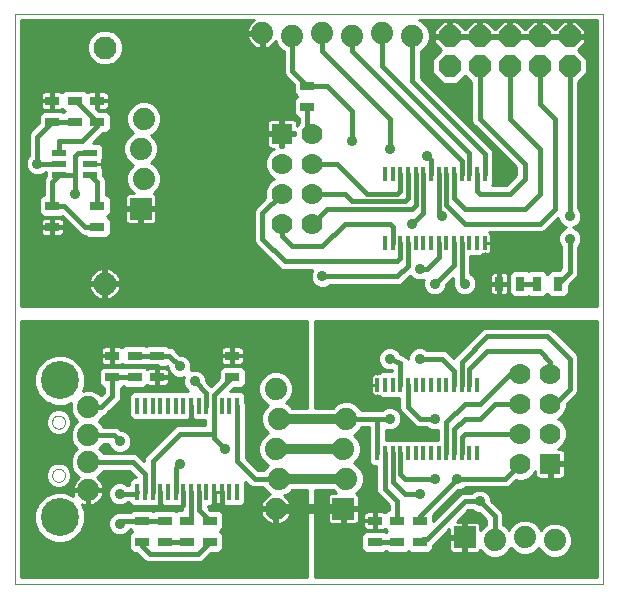
<source format=gtl>
G75*
G70*
%OFA0B0*%
%FSLAX24Y24*%
%IPPOS*%
%LPD*%
%AMOC8*
5,1,8,0,0,1.08239X$1,22.5*
%
%ADD10C,0.0000*%
%ADD11R,0.0118X0.0472*%
%ADD12C,0.0700*%
%ADD13R,0.0700X0.0700*%
%ADD14R,0.0472X0.0315*%
%ADD15R,0.0137X0.0550*%
%ADD16C,0.0740*%
%ADD17C,0.1266*%
%ADD18R,0.0740X0.0740*%
%ADD19R,0.0472X0.0217*%
%ADD20R,0.0315X0.0472*%
%ADD21OC8,0.0740*%
%ADD22C,0.0768*%
%ADD23C,0.0100*%
%ADD24C,0.0320*%
%ADD25C,0.0160*%
%ADD26C,0.0356*%
D10*
X005648Y000150D02*
X025268Y000150D01*
X025268Y019146D01*
X005648Y019146D01*
X005648Y000150D01*
X006892Y003764D02*
X006894Y003793D01*
X006900Y003821D01*
X006909Y003849D01*
X006922Y003875D01*
X006939Y003898D01*
X006958Y003920D01*
X006980Y003939D01*
X007005Y003954D01*
X007031Y003967D01*
X007059Y003975D01*
X007087Y003980D01*
X007116Y003981D01*
X007145Y003978D01*
X007173Y003971D01*
X007200Y003961D01*
X007226Y003947D01*
X007249Y003930D01*
X007270Y003910D01*
X007288Y003887D01*
X007303Y003862D01*
X007314Y003835D01*
X007322Y003807D01*
X007326Y003778D01*
X007326Y003750D01*
X007322Y003721D01*
X007314Y003693D01*
X007303Y003666D01*
X007288Y003641D01*
X007270Y003618D01*
X007249Y003598D01*
X007226Y003581D01*
X007200Y003567D01*
X007173Y003557D01*
X007145Y003550D01*
X007116Y003547D01*
X007087Y003548D01*
X007059Y003553D01*
X007031Y003561D01*
X007005Y003574D01*
X006980Y003589D01*
X006958Y003608D01*
X006939Y003630D01*
X006922Y003653D01*
X006909Y003679D01*
X006900Y003707D01*
X006894Y003735D01*
X006892Y003764D01*
X006892Y005536D02*
X006894Y005565D01*
X006900Y005593D01*
X006909Y005621D01*
X006922Y005647D01*
X006939Y005670D01*
X006958Y005692D01*
X006980Y005711D01*
X007005Y005726D01*
X007031Y005739D01*
X007059Y005747D01*
X007087Y005752D01*
X007116Y005753D01*
X007145Y005750D01*
X007173Y005743D01*
X007200Y005733D01*
X007226Y005719D01*
X007249Y005702D01*
X007270Y005682D01*
X007288Y005659D01*
X007303Y005634D01*
X007314Y005607D01*
X007322Y005579D01*
X007326Y005550D01*
X007326Y005522D01*
X007322Y005493D01*
X007314Y005465D01*
X007303Y005438D01*
X007288Y005413D01*
X007270Y005390D01*
X007249Y005370D01*
X007226Y005353D01*
X007200Y005339D01*
X007173Y005329D01*
X007145Y005322D01*
X007116Y005319D01*
X007087Y005320D01*
X007059Y005325D01*
X007031Y005333D01*
X007005Y005346D01*
X006980Y005361D01*
X006958Y005380D01*
X006939Y005402D01*
X006922Y005425D01*
X006909Y005451D01*
X006900Y005479D01*
X006894Y005507D01*
X006892Y005536D01*
D11*
X017733Y004505D03*
X017989Y004505D03*
X018245Y004505D03*
X018501Y004505D03*
X018756Y004505D03*
X019012Y004505D03*
X019268Y004505D03*
X019524Y004505D03*
X019780Y004505D03*
X020036Y004505D03*
X020292Y004505D03*
X020548Y004505D03*
X020804Y004505D03*
X021060Y004505D03*
X021060Y006789D03*
X020804Y006789D03*
X020548Y006789D03*
X020292Y006789D03*
X020036Y006789D03*
X019780Y006789D03*
X019524Y006789D03*
X019268Y006789D03*
X019012Y006789D03*
X018756Y006789D03*
X018501Y006789D03*
X018245Y006789D03*
X017989Y006789D03*
X017733Y006789D03*
X017986Y011511D03*
X018242Y011511D03*
X018498Y011511D03*
X018754Y011511D03*
X019010Y011511D03*
X019266Y011511D03*
X019522Y011511D03*
X019777Y011511D03*
X020033Y011511D03*
X020289Y011511D03*
X020545Y011511D03*
X020801Y011511D03*
X021057Y011511D03*
X021313Y011511D03*
X021313Y013795D03*
X021057Y013795D03*
X020801Y013795D03*
X020545Y013795D03*
X020289Y013795D03*
X020033Y013795D03*
X019777Y013795D03*
X019522Y013795D03*
X019266Y013795D03*
X019010Y013795D03*
X018754Y013795D03*
X018498Y013795D03*
X018242Y013795D03*
X017986Y013795D03*
D12*
X015553Y014150D03*
X014553Y014150D03*
X014553Y013150D03*
X015553Y013150D03*
X015553Y012150D03*
X014553Y012150D03*
X015553Y015150D03*
X022492Y007150D03*
X023492Y007150D03*
X023492Y006150D03*
X022492Y006150D03*
X022492Y005150D03*
X023492Y005150D03*
X022492Y004150D03*
D13*
X023492Y004150D03*
X014553Y015150D03*
D14*
X015398Y016046D03*
X015398Y016754D03*
X008398Y016254D03*
X007648Y016254D03*
X006898Y016254D03*
X006898Y015546D03*
X007648Y015546D03*
X008398Y015546D03*
X008398Y012754D03*
X008398Y012046D03*
X006898Y012046D03*
X006898Y012754D03*
X008898Y007754D03*
X009648Y007754D03*
X010398Y007754D03*
X010398Y007046D03*
X009648Y007046D03*
X008898Y007046D03*
X012898Y007046D03*
X012898Y007754D03*
X012148Y002254D03*
X012148Y001546D03*
X011398Y001546D03*
X011398Y002254D03*
X010648Y002254D03*
X010648Y001546D03*
X009898Y001546D03*
X009898Y002254D03*
X017648Y002254D03*
X017648Y001546D03*
X018398Y001546D03*
X018398Y002254D03*
X019148Y002254D03*
X019148Y001546D03*
D15*
X013061Y003211D03*
X012805Y003211D03*
X012549Y003211D03*
X012294Y003211D03*
X012038Y003211D03*
X011782Y003211D03*
X011526Y003211D03*
X011270Y003211D03*
X011014Y003211D03*
X010758Y003211D03*
X010502Y003211D03*
X010246Y003211D03*
X009990Y003211D03*
X009734Y003211D03*
X009734Y006089D03*
X009990Y006089D03*
X010246Y006089D03*
X010502Y006089D03*
X010758Y006089D03*
X011014Y006089D03*
X011270Y006089D03*
X011526Y006089D03*
X011782Y006089D03*
X012038Y006089D03*
X012294Y006089D03*
X012549Y006089D03*
X012805Y006089D03*
X013061Y006089D03*
D16*
X014348Y006650D03*
X014448Y005650D03*
X014348Y004650D03*
X014448Y003650D03*
X014348Y002650D03*
X016698Y003650D03*
X016598Y004650D03*
X016698Y005650D03*
X021648Y001600D03*
X022648Y001700D03*
X023648Y001600D03*
X008093Y003272D03*
X008093Y004206D03*
X008093Y005094D03*
X008093Y006028D03*
X009948Y013650D03*
X009848Y014650D03*
X009948Y015650D03*
X013898Y018500D03*
X014898Y018400D03*
X015898Y018500D03*
X016898Y018400D03*
X017898Y018500D03*
X018898Y018400D03*
D17*
X007148Y006933D03*
X007148Y002367D03*
D18*
X016598Y002650D03*
X020648Y001700D03*
X009848Y012650D03*
D19*
X008160Y013776D03*
X008160Y014150D03*
X008160Y014524D03*
X007136Y014524D03*
X007136Y014150D03*
X007136Y013776D03*
D20*
X021794Y010150D03*
X022502Y010150D03*
X023044Y010150D03*
X023752Y010150D03*
D21*
X024148Y017400D03*
X023148Y017400D03*
X022148Y017400D03*
X021148Y017400D03*
X020148Y017400D03*
X020148Y018400D03*
X021148Y018400D03*
X022148Y018400D03*
X023148Y018400D03*
X024148Y018400D03*
D22*
X008648Y018024D03*
X008648Y010150D03*
D23*
X008698Y010197D02*
X015562Y010197D01*
X015569Y010180D02*
X015678Y010071D01*
X015821Y010012D01*
X015975Y010012D01*
X016118Y010071D01*
X016157Y010110D01*
X018456Y010110D01*
X018562Y010154D01*
X018644Y010236D01*
X018828Y010421D01*
X018928Y010321D01*
X019071Y010262D01*
X019225Y010262D01*
X019284Y010286D01*
X019260Y010227D01*
X019260Y010073D01*
X019319Y009930D01*
X019428Y009821D01*
X019571Y009762D01*
X019725Y009762D01*
X019868Y009821D01*
X019977Y009930D01*
X020036Y010073D01*
X020036Y010128D01*
X020255Y010347D01*
X020255Y010195D01*
X020260Y010184D01*
X020260Y010073D01*
X020319Y009930D01*
X020428Y009821D01*
X020571Y009762D01*
X020725Y009762D01*
X020868Y009821D01*
X020977Y009930D01*
X021036Y010073D01*
X021036Y010227D01*
X020977Y010370D01*
X020868Y010479D01*
X020835Y010493D01*
X021530Y010493D01*
X021544Y010506D02*
X021516Y010478D01*
X021496Y010444D01*
X021486Y010406D01*
X021486Y010179D01*
X021765Y010179D01*
X021765Y010536D01*
X021616Y010536D01*
X021578Y010526D01*
X021544Y010506D01*
X021486Y010394D02*
X020953Y010394D01*
X021008Y010296D02*
X021486Y010296D01*
X021486Y010197D02*
X021036Y010197D01*
X021036Y010099D02*
X021486Y010099D01*
X021486Y010121D02*
X021486Y009894D01*
X021496Y009856D01*
X021516Y009822D01*
X021544Y009794D01*
X021578Y009774D01*
X021616Y009764D01*
X021765Y009764D01*
X021765Y010121D01*
X021822Y010121D01*
X021822Y009764D01*
X021971Y009764D01*
X022009Y009774D01*
X022043Y009794D01*
X022071Y009822D01*
X022091Y009856D01*
X022101Y009894D01*
X022101Y010121D01*
X021822Y010121D01*
X021822Y010179D01*
X021765Y010179D01*
X021765Y010121D01*
X021486Y010121D01*
X021486Y010000D02*
X021006Y010000D01*
X020948Y009902D02*
X021486Y009902D01*
X021535Y009803D02*
X020824Y009803D01*
X020471Y009803D02*
X019824Y009803D01*
X019948Y009902D02*
X020347Y009902D01*
X020290Y010000D02*
X020006Y010000D01*
X020036Y010099D02*
X020260Y010099D01*
X020255Y010197D02*
X020105Y010197D01*
X020204Y010296D02*
X020255Y010296D01*
X020835Y010493D02*
X020835Y011065D01*
X021203Y011065D01*
X021263Y011125D01*
X021313Y011125D01*
X021392Y011125D01*
X021430Y011135D01*
X021464Y011155D01*
X021492Y011183D01*
X021512Y011217D01*
X021522Y011255D01*
X021522Y011511D01*
X021326Y011511D01*
X021326Y011511D01*
X021522Y011511D01*
X021522Y011767D01*
X021512Y011805D01*
X021492Y011840D01*
X021472Y011860D01*
X023206Y011860D01*
X023312Y011904D01*
X023760Y012352D01*
X023760Y012323D01*
X023819Y012180D01*
X023928Y012071D01*
X024039Y012025D01*
X023928Y011979D01*
X023819Y011870D01*
X023760Y011727D01*
X023760Y011573D01*
X023819Y011430D01*
X023858Y011391D01*
X023858Y010666D01*
X023788Y010596D01*
X023508Y010596D01*
X023398Y010486D01*
X023288Y010596D01*
X022799Y010596D01*
X022773Y010570D01*
X022747Y010596D01*
X022258Y010596D01*
X022135Y010473D01*
X022135Y009827D01*
X022258Y009704D01*
X022747Y009704D01*
X022773Y009730D01*
X022799Y009704D01*
X023288Y009704D01*
X023398Y009814D01*
X023508Y009704D01*
X023997Y009704D01*
X024120Y009827D01*
X024120Y010107D01*
X024394Y010381D01*
X024438Y010488D01*
X024438Y011391D01*
X024477Y011430D01*
X024536Y011573D01*
X024536Y011727D01*
X024477Y011870D01*
X024368Y011979D01*
X024257Y012025D01*
X024368Y012071D01*
X024477Y012180D01*
X024536Y012323D01*
X024536Y012477D01*
X024477Y012620D01*
X024438Y012659D01*
X024438Y016870D01*
X024728Y017160D01*
X024728Y017640D01*
X024426Y017942D01*
X024668Y018185D01*
X024668Y018350D01*
X024198Y018350D01*
X024198Y018450D01*
X024668Y018450D01*
X024668Y018615D01*
X024363Y018920D01*
X024198Y018920D01*
X024198Y018450D01*
X024098Y018450D01*
X024098Y018920D01*
X023932Y018920D01*
X023648Y018635D01*
X023363Y018920D01*
X023198Y018920D01*
X023198Y018450D01*
X023668Y018450D01*
X024098Y018450D01*
X024098Y018350D01*
X023198Y018350D01*
X023198Y018450D01*
X023098Y018450D01*
X023098Y018920D01*
X022932Y018920D01*
X022648Y018635D01*
X022363Y018920D01*
X022198Y018920D01*
X022198Y018450D01*
X022628Y018450D01*
X023098Y018450D01*
X023098Y018350D01*
X022198Y018350D01*
X022198Y018450D01*
X022098Y018450D01*
X022098Y018920D01*
X021932Y018920D01*
X021648Y018635D01*
X021363Y018920D01*
X021198Y018920D01*
X021198Y018450D01*
X021668Y018450D01*
X022098Y018450D01*
X022098Y018350D01*
X021198Y018350D01*
X021198Y018450D01*
X021098Y018450D01*
X021098Y018920D01*
X020932Y018920D01*
X020648Y018635D01*
X020363Y018920D01*
X020198Y018920D01*
X020198Y018450D01*
X020668Y018450D01*
X021098Y018450D01*
X021098Y018350D01*
X020198Y018350D01*
X020198Y018450D01*
X020098Y018450D01*
X020098Y018920D01*
X019932Y018920D01*
X019628Y018615D01*
X019628Y018450D01*
X020098Y018450D01*
X020098Y018350D01*
X019628Y018350D01*
X019628Y018185D01*
X019870Y017942D01*
X019568Y017640D01*
X019568Y017160D01*
X019908Y016820D01*
X020388Y016820D01*
X020648Y017080D01*
X020858Y016870D01*
X020858Y015592D01*
X020902Y015486D01*
X020984Y015404D01*
X022358Y014030D01*
X022358Y013770D01*
X022028Y013440D01*
X021550Y013440D01*
X021582Y013472D01*
X021582Y013687D01*
X021603Y013737D01*
X021603Y014543D01*
X021559Y014649D01*
X019188Y017020D01*
X019188Y017892D01*
X019226Y017908D01*
X019390Y018071D01*
X019478Y018285D01*
X019478Y018515D01*
X019390Y018729D01*
X019226Y018892D01*
X019119Y018936D01*
X025058Y018936D01*
X025058Y009400D01*
X005858Y009400D01*
X005858Y018936D01*
X013613Y018936D01*
X013559Y018897D01*
X013501Y018839D01*
X013453Y018773D01*
X013416Y018700D01*
X013391Y018622D01*
X013379Y018550D01*
X013848Y018550D01*
X013848Y018450D01*
X013948Y018450D01*
X013948Y017981D01*
X014020Y017993D01*
X014097Y018018D01*
X014170Y018055D01*
X014237Y018103D01*
X014295Y018161D01*
X014342Y018227D01*
X014406Y018071D01*
X014569Y017908D01*
X014608Y017892D01*
X014608Y017197D01*
X014652Y017090D01*
X014952Y016790D01*
X014952Y016510D01*
X015062Y016400D01*
X014952Y016290D01*
X014952Y015801D01*
X015075Y015678D01*
X015108Y015678D01*
X015108Y015496D01*
X015079Y015467D01*
X015053Y015406D01*
X015053Y015520D01*
X015043Y015558D01*
X015023Y015592D01*
X014995Y015620D01*
X014961Y015640D01*
X014923Y015650D01*
X014602Y015650D01*
X014602Y015198D01*
X014993Y015198D01*
X014993Y015102D01*
X014602Y015102D01*
X014602Y015198D01*
X014505Y015198D01*
X014505Y015102D01*
X014053Y015102D01*
X014053Y014780D01*
X014064Y014742D01*
X014083Y014708D01*
X014111Y014680D01*
X014145Y014660D01*
X014184Y014650D01*
X014297Y014650D01*
X014236Y014625D01*
X014079Y014467D01*
X013993Y014261D01*
X013993Y014039D01*
X014079Y013833D01*
X014236Y013675D01*
X014297Y013650D01*
X014236Y013625D01*
X014079Y013467D01*
X013993Y013261D01*
X013993Y013039D01*
X014005Y013011D01*
X013652Y012659D01*
X013608Y012552D01*
X013608Y011592D01*
X013652Y011486D01*
X013734Y011404D01*
X014484Y010654D01*
X014590Y010610D01*
X015565Y010610D01*
X015510Y010477D01*
X015510Y010323D01*
X015569Y010180D01*
X015650Y010099D02*
X009180Y010099D01*
X009180Y010100D02*
X008698Y010100D01*
X008698Y010200D01*
X009180Y010200D01*
X009169Y010275D01*
X009143Y010355D01*
X009104Y010430D01*
X009055Y010498D01*
X008996Y010557D01*
X008928Y010607D01*
X008853Y010645D01*
X008773Y010671D01*
X008698Y010683D01*
X008698Y010200D01*
X008598Y010200D01*
X008598Y010683D01*
X008523Y010671D01*
X008443Y010645D01*
X008368Y010607D01*
X008300Y010557D01*
X008241Y010498D01*
X008191Y010430D01*
X008153Y010355D01*
X008127Y010275D01*
X008115Y010200D01*
X008598Y010200D01*
X008598Y010100D01*
X008698Y010100D01*
X008698Y009617D01*
X008773Y009629D01*
X008853Y009655D01*
X008928Y009693D01*
X008996Y009743D01*
X009055Y009802D01*
X009104Y009870D01*
X009143Y009945D01*
X009169Y010025D01*
X009180Y010100D01*
X009160Y010000D02*
X019290Y010000D01*
X019260Y010099D02*
X016145Y010099D01*
X015557Y010591D02*
X008949Y010591D01*
X009059Y010493D02*
X015516Y010493D01*
X015510Y010394D02*
X009123Y010394D01*
X009162Y010296D02*
X015521Y010296D01*
X014448Y010690D02*
X005858Y010690D01*
X005858Y010788D02*
X014350Y010788D01*
X014251Y010887D02*
X005858Y010887D01*
X005858Y010985D02*
X014153Y010985D01*
X014054Y011084D02*
X005858Y011084D01*
X005858Y011182D02*
X013956Y011182D01*
X013857Y011281D02*
X005858Y011281D01*
X005858Y011379D02*
X013759Y011379D01*
X013660Y011478D02*
X005858Y011478D01*
X005858Y011576D02*
X013615Y011576D01*
X013608Y011675D02*
X005858Y011675D01*
X005858Y011773D02*
X006565Y011773D01*
X006570Y011768D02*
X006542Y011796D01*
X006522Y011830D01*
X006512Y011868D01*
X006512Y012017D01*
X006869Y012017D01*
X006869Y012074D01*
X006512Y012074D01*
X006512Y012223D01*
X006522Y012261D01*
X006542Y012295D01*
X006570Y012323D01*
X006604Y012343D01*
X006642Y012353D01*
X006869Y012353D01*
X006869Y012074D01*
X006927Y012074D01*
X007284Y012074D01*
X007284Y012223D01*
X007274Y012261D01*
X007254Y012295D01*
X007226Y012323D01*
X007192Y012343D01*
X007154Y012353D01*
X006927Y012353D01*
X006927Y012074D01*
X006927Y012017D01*
X007284Y012017D01*
X007284Y011868D01*
X007274Y011830D01*
X007254Y011796D01*
X007226Y011768D01*
X007192Y011748D01*
X007154Y011738D01*
X006927Y011738D01*
X006927Y012017D01*
X006869Y012017D01*
X006869Y011738D01*
X006642Y011738D01*
X006604Y011748D01*
X006570Y011768D01*
X006512Y011872D02*
X005858Y011872D01*
X005858Y011970D02*
X006512Y011970D01*
X006512Y012167D02*
X005858Y012167D01*
X005858Y012069D02*
X006869Y012069D01*
X006927Y012069D02*
X007569Y012069D01*
X007471Y012167D02*
X007284Y012167D01*
X007271Y012266D02*
X007372Y012266D01*
X007274Y012364D02*
X005858Y012364D01*
X005858Y012266D02*
X006524Y012266D01*
X006575Y012387D02*
X006452Y012510D01*
X006452Y012999D01*
X006575Y013122D01*
X006608Y013122D01*
X006608Y013595D01*
X006652Y013702D01*
X006690Y013740D01*
X006690Y013860D01*
X006657Y013860D01*
X006618Y013821D01*
X006475Y013762D01*
X006321Y013762D01*
X006178Y013821D01*
X006069Y013930D01*
X006010Y014073D01*
X006010Y014227D01*
X006069Y014370D01*
X006108Y014409D01*
X006108Y015103D01*
X006152Y015210D01*
X006234Y015292D01*
X006452Y015510D01*
X006452Y015790D01*
X006575Y015913D01*
X007221Y015913D01*
X007273Y015861D01*
X007312Y015900D01*
X007230Y015981D01*
X007226Y015977D01*
X007192Y015957D01*
X007154Y015947D01*
X006927Y015947D01*
X006927Y016226D01*
X006869Y016226D01*
X006512Y016226D01*
X006512Y016077D01*
X006522Y016039D01*
X006542Y016005D01*
X006570Y015977D01*
X006604Y015957D01*
X006642Y015947D01*
X006869Y015947D01*
X006869Y016226D01*
X006869Y016283D01*
X006512Y016283D01*
X006512Y016432D01*
X006522Y016470D01*
X006542Y016504D01*
X006570Y016532D01*
X006604Y016552D01*
X006642Y016562D01*
X006869Y016562D01*
X006869Y016283D01*
X006927Y016283D01*
X006927Y016562D01*
X007154Y016562D01*
X007192Y016552D01*
X007226Y016532D01*
X007230Y016528D01*
X007325Y016622D01*
X007971Y016622D01*
X008065Y016528D01*
X008070Y016532D01*
X008104Y016552D01*
X008142Y016562D01*
X008369Y016562D01*
X008369Y016283D01*
X008427Y016283D01*
X008784Y016283D01*
X008784Y016432D01*
X008774Y016470D01*
X008754Y016504D01*
X008726Y016532D01*
X008692Y016552D01*
X008654Y016562D01*
X008427Y016562D01*
X008427Y016283D01*
X008427Y016226D01*
X008784Y016226D01*
X008784Y016077D01*
X008774Y016039D01*
X008754Y016005D01*
X008726Y015977D01*
X008692Y015957D01*
X008654Y015947D01*
X008427Y015947D01*
X008427Y016226D01*
X008369Y016226D01*
X008369Y015985D01*
X008441Y015913D01*
X008721Y015913D01*
X008844Y015790D01*
X008844Y015301D01*
X008721Y015178D01*
X008586Y015178D01*
X008250Y014842D01*
X008483Y014842D01*
X008606Y014719D01*
X008606Y014329D01*
X008546Y014269D01*
X008546Y014154D01*
X008164Y014154D01*
X008164Y014146D01*
X008546Y014146D01*
X008546Y014031D01*
X008606Y013971D01*
X008606Y013740D01*
X008644Y013702D01*
X008688Y013595D01*
X008688Y013122D01*
X008721Y013122D01*
X008844Y012999D01*
X008844Y012510D01*
X008734Y012400D01*
X008844Y012290D01*
X008844Y011801D01*
X008721Y011678D01*
X008075Y011678D01*
X007997Y011756D01*
X007945Y011756D01*
X007838Y011800D01*
X007236Y012402D01*
X007221Y012387D01*
X006575Y012387D01*
X006499Y012463D02*
X005858Y012463D01*
X005858Y012561D02*
X006452Y012561D01*
X006452Y012660D02*
X005858Y012660D01*
X005858Y012758D02*
X006452Y012758D01*
X006452Y012857D02*
X005858Y012857D01*
X005858Y012955D02*
X006452Y012955D01*
X006506Y013054D02*
X005858Y013054D01*
X005858Y013152D02*
X006608Y013152D01*
X006608Y013251D02*
X005858Y013251D01*
X005858Y013349D02*
X006608Y013349D01*
X006608Y013448D02*
X005858Y013448D01*
X005858Y013546D02*
X006608Y013546D01*
X006628Y013645D02*
X005858Y013645D01*
X005858Y013743D02*
X006690Y013743D01*
X006690Y013842D02*
X006638Y013842D01*
X006157Y013842D02*
X005858Y013842D01*
X005858Y013940D02*
X006065Y013940D01*
X006024Y014039D02*
X005858Y014039D01*
X005858Y014137D02*
X006010Y014137D01*
X006013Y014236D02*
X005858Y014236D01*
X005858Y014334D02*
X006054Y014334D01*
X006108Y014433D02*
X005858Y014433D01*
X005858Y014531D02*
X006108Y014531D01*
X006108Y014630D02*
X005858Y014630D01*
X005858Y014728D02*
X006108Y014728D01*
X006108Y014827D02*
X005858Y014827D01*
X005858Y014925D02*
X006108Y014925D01*
X006108Y015024D02*
X005858Y015024D01*
X005858Y015122D02*
X006116Y015122D01*
X006163Y015221D02*
X005858Y015221D01*
X005858Y015319D02*
X006261Y015319D01*
X006360Y015418D02*
X005858Y015418D01*
X005858Y015516D02*
X006452Y015516D01*
X006452Y015615D02*
X005858Y015615D01*
X005858Y015713D02*
X006452Y015713D01*
X006473Y015812D02*
X005858Y015812D01*
X005858Y015910D02*
X006572Y015910D01*
X006539Y016009D02*
X005858Y016009D01*
X005858Y016107D02*
X006512Y016107D01*
X006512Y016206D02*
X005858Y016206D01*
X005858Y016304D02*
X006512Y016304D01*
X006512Y016403D02*
X005858Y016403D01*
X005858Y016501D02*
X006540Y016501D01*
X006869Y016501D02*
X006927Y016501D01*
X006927Y016403D02*
X006869Y016403D01*
X006869Y016304D02*
X006927Y016304D01*
X006927Y016206D02*
X006869Y016206D01*
X006869Y016107D02*
X006927Y016107D01*
X006927Y016009D02*
X006869Y016009D01*
X007224Y015910D02*
X007301Y015910D01*
X007302Y016600D02*
X005858Y016600D01*
X005858Y016698D02*
X014952Y016698D01*
X014952Y016600D02*
X007993Y016600D01*
X008369Y016501D02*
X008427Y016501D01*
X008427Y016403D02*
X008369Y016403D01*
X008369Y016304D02*
X008427Y016304D01*
X008427Y016206D02*
X008369Y016206D01*
X008369Y016107D02*
X008427Y016107D01*
X008427Y016009D02*
X008369Y016009D01*
X008724Y015910D02*
X009428Y015910D01*
X009456Y015979D02*
X009368Y015765D01*
X009368Y015535D01*
X009456Y015321D01*
X009602Y015176D01*
X009519Y015142D01*
X009356Y014979D01*
X009268Y014765D01*
X009268Y014535D01*
X009356Y014321D01*
X009519Y014158D01*
X009602Y014124D01*
X009456Y013979D01*
X009368Y013765D01*
X009368Y013535D01*
X009456Y013321D01*
X009608Y013170D01*
X009458Y013170D01*
X009420Y013160D01*
X009386Y013140D01*
X009358Y013112D01*
X009338Y013078D01*
X009328Y013040D01*
X009328Y012700D01*
X009798Y012700D01*
X009798Y012600D01*
X009898Y012600D01*
X009898Y012700D01*
X010368Y012700D01*
X010368Y013040D01*
X010358Y013078D01*
X010338Y013112D01*
X010310Y013140D01*
X010277Y013159D01*
X010440Y013321D01*
X010528Y013535D01*
X010528Y013765D01*
X010440Y013979D01*
X010276Y014142D01*
X010194Y014176D01*
X010340Y014321D01*
X010428Y014535D01*
X010428Y014765D01*
X010340Y014979D01*
X010194Y015124D01*
X010276Y015158D01*
X010440Y015321D01*
X010528Y015535D01*
X010528Y015765D01*
X010440Y015979D01*
X010276Y016142D01*
X010063Y016230D01*
X009833Y016230D01*
X009619Y016142D01*
X009456Y015979D01*
X009486Y016009D02*
X008756Y016009D01*
X008784Y016107D02*
X009585Y016107D01*
X009773Y016206D02*
X008784Y016206D01*
X008784Y016304D02*
X014966Y016304D01*
X014952Y016206D02*
X010122Y016206D01*
X010311Y016107D02*
X014952Y016107D01*
X014952Y016009D02*
X010410Y016009D01*
X010468Y015910D02*
X014952Y015910D01*
X014952Y015812D02*
X010509Y015812D01*
X010528Y015713D02*
X015040Y015713D01*
X015001Y015615D02*
X015108Y015615D01*
X015108Y015516D02*
X015053Y015516D01*
X015053Y015418D02*
X015058Y015418D01*
X014993Y015122D02*
X014602Y015122D01*
X014602Y015102D02*
X014602Y014710D01*
X014505Y014710D01*
X014505Y015102D01*
X014602Y015102D01*
X014602Y015024D02*
X014505Y015024D01*
X014505Y015122D02*
X010196Y015122D01*
X010295Y015024D02*
X014053Y015024D01*
X014053Y014925D02*
X010362Y014925D01*
X010403Y014827D02*
X014053Y014827D01*
X014072Y014728D02*
X010428Y014728D01*
X010428Y014630D02*
X014248Y014630D01*
X014142Y014531D02*
X010426Y014531D01*
X010386Y014433D02*
X014064Y014433D01*
X014023Y014334D02*
X010345Y014334D01*
X010254Y014236D02*
X013993Y014236D01*
X013993Y014137D02*
X010281Y014137D01*
X010380Y014039D02*
X013993Y014039D01*
X014034Y013940D02*
X010456Y013940D01*
X010496Y013842D02*
X014075Y013842D01*
X014168Y013743D02*
X010528Y013743D01*
X010528Y013645D02*
X014284Y013645D01*
X014157Y013546D02*
X010528Y013546D01*
X010492Y013448D02*
X014070Y013448D01*
X014030Y013349D02*
X010451Y013349D01*
X010369Y013251D02*
X013993Y013251D01*
X013993Y013152D02*
X010289Y013152D01*
X010364Y013054D02*
X013993Y013054D01*
X013948Y012955D02*
X010368Y012955D01*
X010368Y012857D02*
X013850Y012857D01*
X013751Y012758D02*
X010368Y012758D01*
X010368Y012600D02*
X009898Y012600D01*
X009898Y012130D01*
X010238Y012130D01*
X010276Y012140D01*
X010310Y012160D01*
X010338Y012188D01*
X010358Y012222D01*
X010368Y012260D01*
X010368Y012600D01*
X010368Y012561D02*
X013612Y012561D01*
X013608Y012463D02*
X010368Y012463D01*
X010368Y012364D02*
X013608Y012364D01*
X013608Y012266D02*
X010368Y012266D01*
X010317Y012167D02*
X013608Y012167D01*
X013608Y012069D02*
X008844Y012069D01*
X008844Y012167D02*
X009379Y012167D01*
X009386Y012160D02*
X009358Y012188D01*
X009338Y012222D01*
X009328Y012260D01*
X009328Y012600D01*
X009798Y012600D01*
X009798Y012130D01*
X009458Y012130D01*
X009420Y012140D01*
X009386Y012160D01*
X009328Y012266D02*
X008844Y012266D01*
X008770Y012364D02*
X009328Y012364D01*
X009328Y012463D02*
X008797Y012463D01*
X008844Y012561D02*
X009328Y012561D01*
X009328Y012758D02*
X008844Y012758D01*
X008844Y012660D02*
X009798Y012660D01*
X009798Y012561D02*
X009898Y012561D01*
X009898Y012463D02*
X009798Y012463D01*
X009798Y012364D02*
X009898Y012364D01*
X009898Y012266D02*
X009798Y012266D01*
X009798Y012167D02*
X009898Y012167D01*
X009898Y012660D02*
X013653Y012660D01*
X013608Y011970D02*
X008844Y011970D01*
X008844Y011872D02*
X013608Y011872D01*
X013608Y011773D02*
X008816Y011773D01*
X007903Y011773D02*
X007231Y011773D01*
X007284Y011872D02*
X007766Y011872D01*
X007668Y011970D02*
X007284Y011970D01*
X006927Y011970D02*
X006869Y011970D01*
X006869Y011872D02*
X006927Y011872D01*
X006927Y011773D02*
X006869Y011773D01*
X006869Y012167D02*
X006927Y012167D01*
X006927Y012266D02*
X006869Y012266D01*
X008688Y013152D02*
X009407Y013152D01*
X009332Y013054D02*
X008789Y013054D01*
X008844Y012955D02*
X009328Y012955D01*
X009328Y012857D02*
X008844Y012857D01*
X008688Y013251D02*
X009527Y013251D01*
X009445Y013349D02*
X008688Y013349D01*
X008688Y013448D02*
X009404Y013448D01*
X009368Y013546D02*
X008688Y013546D01*
X008668Y013645D02*
X009368Y013645D01*
X009368Y013743D02*
X008606Y013743D01*
X008606Y013842D02*
X009399Y013842D01*
X009440Y013940D02*
X008606Y013940D01*
X008546Y014039D02*
X009516Y014039D01*
X009571Y014137D02*
X008546Y014137D01*
X008546Y014236D02*
X009442Y014236D01*
X009351Y014334D02*
X008606Y014334D01*
X008606Y014433D02*
X009310Y014433D01*
X009269Y014531D02*
X008606Y014531D01*
X008606Y014630D02*
X009268Y014630D01*
X009268Y014728D02*
X008597Y014728D01*
X008499Y014827D02*
X009293Y014827D01*
X009334Y014925D02*
X008333Y014925D01*
X008432Y015024D02*
X009401Y015024D01*
X009500Y015122D02*
X008530Y015122D01*
X008763Y015221D02*
X009557Y015221D01*
X009459Y015319D02*
X008844Y015319D01*
X008844Y015418D02*
X009416Y015418D01*
X009376Y015516D02*
X008844Y015516D01*
X008844Y015615D02*
X009368Y015615D01*
X009368Y015713D02*
X008844Y015713D01*
X008823Y015812D02*
X009387Y015812D01*
X008784Y016403D02*
X015059Y016403D01*
X014960Y016501D02*
X008756Y016501D01*
X008766Y017430D02*
X008530Y017430D01*
X008311Y017521D01*
X008144Y017688D01*
X008054Y017906D01*
X008054Y018142D01*
X008144Y018360D01*
X008311Y018527D01*
X008530Y018618D01*
X008766Y018618D01*
X008984Y018527D01*
X009151Y018360D01*
X009242Y018142D01*
X009242Y017906D01*
X009151Y017688D01*
X008984Y017521D01*
X008766Y017430D01*
X008901Y017486D02*
X014608Y017486D01*
X014608Y017388D02*
X005858Y017388D01*
X005858Y017486D02*
X008395Y017486D01*
X008248Y017585D02*
X005858Y017585D01*
X005858Y017683D02*
X008149Y017683D01*
X008106Y017782D02*
X005858Y017782D01*
X005858Y017880D02*
X008065Y017880D01*
X008054Y017979D02*
X005858Y017979D01*
X005858Y018077D02*
X008054Y018077D01*
X008068Y018176D02*
X005858Y018176D01*
X005858Y018274D02*
X008109Y018274D01*
X008157Y018373D02*
X005858Y018373D01*
X005858Y018471D02*
X008255Y018471D01*
X008413Y018570D02*
X005858Y018570D01*
X005858Y018668D02*
X013406Y018668D01*
X013382Y018570D02*
X008883Y018570D01*
X009041Y018471D02*
X013848Y018471D01*
X013848Y018450D02*
X013379Y018450D01*
X013391Y018378D01*
X013416Y018300D01*
X013453Y018227D01*
X013501Y018161D01*
X013559Y018103D01*
X013625Y018055D01*
X013698Y018018D01*
X013776Y017993D01*
X013848Y017981D01*
X013848Y018450D01*
X013848Y018373D02*
X013948Y018373D01*
X013948Y018274D02*
X013848Y018274D01*
X013848Y018176D02*
X013948Y018176D01*
X013948Y018077D02*
X013848Y018077D01*
X013595Y018077D02*
X009242Y018077D01*
X009242Y017979D02*
X014499Y017979D01*
X014404Y018077D02*
X014200Y018077D01*
X014305Y018176D02*
X014363Y018176D01*
X014608Y017880D02*
X009231Y017880D01*
X009190Y017782D02*
X014608Y017782D01*
X014608Y017683D02*
X009147Y017683D01*
X009048Y017585D02*
X014608Y017585D01*
X014608Y017289D02*
X005858Y017289D01*
X005858Y017191D02*
X014610Y017191D01*
X014651Y017092D02*
X005858Y017092D01*
X005858Y016994D02*
X014749Y016994D01*
X014847Y016895D02*
X005858Y016895D01*
X005858Y016797D02*
X014946Y016797D01*
X014505Y015650D02*
X014184Y015650D01*
X014145Y015640D01*
X014111Y015620D01*
X014083Y015592D01*
X014064Y015558D01*
X014053Y015520D01*
X014053Y015198D01*
X014505Y015198D01*
X014505Y015650D01*
X014505Y015615D02*
X014602Y015615D01*
X014602Y015516D02*
X014505Y015516D01*
X014505Y015418D02*
X014602Y015418D01*
X014602Y015319D02*
X014505Y015319D01*
X014505Y015221D02*
X014602Y015221D01*
X014602Y014925D02*
X014505Y014925D01*
X014505Y014827D02*
X014602Y014827D01*
X014602Y014728D02*
X014505Y014728D01*
X014053Y015221D02*
X010339Y015221D01*
X010437Y015319D02*
X014053Y015319D01*
X014053Y015418D02*
X010479Y015418D01*
X010520Y015516D02*
X014053Y015516D01*
X014106Y015615D02*
X010528Y015615D01*
X009228Y018176D02*
X013491Y018176D01*
X013429Y018274D02*
X009187Y018274D01*
X009139Y018373D02*
X013393Y018373D01*
X013450Y018767D02*
X005858Y018767D01*
X005858Y018865D02*
X013528Y018865D01*
X019253Y018865D02*
X019878Y018865D01*
X019779Y018767D02*
X019352Y018767D01*
X019415Y018668D02*
X019681Y018668D01*
X019628Y018570D02*
X019455Y018570D01*
X019478Y018471D02*
X019628Y018471D01*
X019478Y018373D02*
X020098Y018373D01*
X020098Y018471D02*
X020198Y018471D01*
X020198Y018373D02*
X021098Y018373D01*
X021098Y018471D02*
X021198Y018471D01*
X021198Y018373D02*
X022098Y018373D01*
X022098Y018471D02*
X022198Y018471D01*
X022198Y018373D02*
X023098Y018373D01*
X023098Y018471D02*
X023198Y018471D01*
X023198Y018373D02*
X024098Y018373D01*
X024098Y018471D02*
X024198Y018471D01*
X024198Y018373D02*
X025058Y018373D01*
X025058Y018471D02*
X024668Y018471D01*
X024668Y018570D02*
X025058Y018570D01*
X025058Y018668D02*
X024615Y018668D01*
X024517Y018767D02*
X025058Y018767D01*
X025058Y018865D02*
X024418Y018865D01*
X024198Y018865D02*
X024098Y018865D01*
X024098Y018767D02*
X024198Y018767D01*
X024198Y018668D02*
X024098Y018668D01*
X024098Y018570D02*
X024198Y018570D01*
X023878Y018865D02*
X023418Y018865D01*
X023517Y018767D02*
X023779Y018767D01*
X023681Y018668D02*
X023615Y018668D01*
X023198Y018668D02*
X023098Y018668D01*
X023098Y018570D02*
X023198Y018570D01*
X023198Y018767D02*
X023098Y018767D01*
X023098Y018865D02*
X023198Y018865D01*
X022878Y018865D02*
X022418Y018865D01*
X022517Y018767D02*
X022779Y018767D01*
X022681Y018668D02*
X022615Y018668D01*
X022198Y018668D02*
X022098Y018668D01*
X022098Y018570D02*
X022198Y018570D01*
X022198Y018767D02*
X022098Y018767D01*
X022098Y018865D02*
X022198Y018865D01*
X021878Y018865D02*
X021418Y018865D01*
X021517Y018767D02*
X021779Y018767D01*
X021681Y018668D02*
X021615Y018668D01*
X021198Y018668D02*
X021098Y018668D01*
X021098Y018570D02*
X021198Y018570D01*
X021198Y018767D02*
X021098Y018767D01*
X021098Y018865D02*
X021198Y018865D01*
X020878Y018865D02*
X020418Y018865D01*
X020517Y018767D02*
X020779Y018767D01*
X020681Y018668D02*
X020615Y018668D01*
X020198Y018668D02*
X020098Y018668D01*
X020098Y018570D02*
X020198Y018570D01*
X020198Y018767D02*
X020098Y018767D01*
X020098Y018865D02*
X020198Y018865D01*
X019628Y018274D02*
X019473Y018274D01*
X019433Y018176D02*
X019637Y018176D01*
X019735Y018077D02*
X019392Y018077D01*
X019297Y017979D02*
X019834Y017979D01*
X019808Y017880D02*
X019188Y017880D01*
X019188Y017782D02*
X019709Y017782D01*
X019611Y017683D02*
X019188Y017683D01*
X019188Y017585D02*
X019568Y017585D01*
X019568Y017486D02*
X019188Y017486D01*
X019188Y017388D02*
X019568Y017388D01*
X019568Y017289D02*
X019188Y017289D01*
X019188Y017191D02*
X019568Y017191D01*
X019636Y017092D02*
X019188Y017092D01*
X019214Y016994D02*
X019734Y016994D01*
X019833Y016895D02*
X019313Y016895D01*
X019411Y016797D02*
X020858Y016797D01*
X020858Y016698D02*
X019510Y016698D01*
X019608Y016600D02*
X020858Y016600D01*
X020858Y016501D02*
X019707Y016501D01*
X019805Y016403D02*
X020858Y016403D01*
X020858Y016304D02*
X019904Y016304D01*
X020002Y016206D02*
X020858Y016206D01*
X020858Y016107D02*
X020101Y016107D01*
X020199Y016009D02*
X020858Y016009D01*
X020858Y015910D02*
X020298Y015910D01*
X020396Y015812D02*
X020858Y015812D01*
X020858Y015713D02*
X020495Y015713D01*
X020593Y015615D02*
X020858Y015615D01*
X020889Y015516D02*
X020692Y015516D01*
X020790Y015418D02*
X020970Y015418D01*
X020889Y015319D02*
X021069Y015319D01*
X020987Y015221D02*
X021167Y015221D01*
X021086Y015122D02*
X021266Y015122D01*
X021184Y015024D02*
X021364Y015024D01*
X021283Y014925D02*
X021463Y014925D01*
X021381Y014827D02*
X021561Y014827D01*
X021480Y014728D02*
X021660Y014728D01*
X021567Y014630D02*
X021758Y014630D01*
X021857Y014531D02*
X021603Y014531D01*
X021603Y014433D02*
X021955Y014433D01*
X022054Y014334D02*
X021603Y014334D01*
X021603Y014236D02*
X022152Y014236D01*
X022251Y014137D02*
X021603Y014137D01*
X021603Y014039D02*
X022349Y014039D01*
X022358Y013940D02*
X021603Y013940D01*
X021603Y013842D02*
X022358Y013842D01*
X022331Y013743D02*
X021603Y013743D01*
X021582Y013645D02*
X022232Y013645D01*
X022134Y013546D02*
X021582Y013546D01*
X021558Y013448D02*
X022035Y013448D01*
X023575Y012167D02*
X023832Y012167D01*
X023783Y012266D02*
X023674Y012266D01*
X023477Y012069D02*
X023934Y012069D01*
X023919Y011970D02*
X023378Y011970D01*
X023233Y011872D02*
X023821Y011872D01*
X023779Y011773D02*
X021520Y011773D01*
X021522Y011675D02*
X023760Y011675D01*
X023760Y011576D02*
X021522Y011576D01*
X021522Y011478D02*
X023799Y011478D01*
X023858Y011379D02*
X021522Y011379D01*
X021522Y011281D02*
X023858Y011281D01*
X023858Y011182D02*
X021491Y011182D01*
X021313Y011175D02*
X021313Y011125D01*
X021313Y011175D01*
X021313Y011175D01*
X021221Y011084D02*
X023858Y011084D01*
X023858Y010985D02*
X020835Y010985D01*
X020835Y010887D02*
X023858Y010887D01*
X023858Y010788D02*
X020835Y010788D01*
X020835Y010690D02*
X023858Y010690D01*
X023503Y010591D02*
X023293Y010591D01*
X023392Y010493D02*
X023404Y010493D01*
X022794Y010591D02*
X022752Y010591D01*
X022253Y010591D02*
X020835Y010591D01*
X021765Y010493D02*
X021822Y010493D01*
X021822Y010536D02*
X021822Y010179D01*
X022101Y010179D01*
X022101Y010406D01*
X022091Y010444D01*
X022071Y010478D01*
X022043Y010506D01*
X022009Y010526D01*
X021971Y010536D01*
X021822Y010536D01*
X021822Y010394D02*
X021765Y010394D01*
X021765Y010296D02*
X021822Y010296D01*
X021822Y010197D02*
X021765Y010197D01*
X021765Y010099D02*
X021822Y010099D01*
X021822Y010000D02*
X021765Y010000D01*
X021765Y009902D02*
X021822Y009902D01*
X021822Y009803D02*
X021765Y009803D01*
X022052Y009803D02*
X022158Y009803D01*
X022135Y009902D02*
X022101Y009902D01*
X022101Y010000D02*
X022135Y010000D01*
X022135Y010099D02*
X022101Y010099D01*
X022101Y010197D02*
X022135Y010197D01*
X022135Y010296D02*
X022101Y010296D01*
X022101Y010394D02*
X022135Y010394D01*
X022154Y010493D02*
X022057Y010493D01*
X022257Y009705D02*
X008943Y009705D01*
X009056Y009803D02*
X019471Y009803D01*
X019347Y009902D02*
X009120Y009902D01*
X008698Y009902D02*
X008598Y009902D01*
X008598Y010000D02*
X008698Y010000D01*
X008698Y010099D02*
X008598Y010099D01*
X008598Y010100D02*
X008598Y009617D01*
X008523Y009629D01*
X008443Y009655D01*
X008368Y009693D01*
X008300Y009743D01*
X008241Y009802D01*
X008191Y009870D01*
X008153Y009945D01*
X008127Y010025D01*
X008115Y010100D01*
X008598Y010100D01*
X008598Y010197D02*
X005858Y010197D01*
X005858Y010099D02*
X008116Y010099D01*
X008135Y010000D02*
X005858Y010000D01*
X005858Y009902D02*
X008175Y009902D01*
X008240Y009803D02*
X005858Y009803D01*
X005858Y009705D02*
X008353Y009705D01*
X008598Y009705D02*
X008698Y009705D01*
X008698Y009803D02*
X008598Y009803D01*
X008598Y010296D02*
X008698Y010296D01*
X008698Y010394D02*
X008598Y010394D01*
X008598Y010493D02*
X008698Y010493D01*
X008698Y010591D02*
X008598Y010591D01*
X008347Y010591D02*
X005858Y010591D01*
X005858Y010493D02*
X008237Y010493D01*
X008173Y010394D02*
X005858Y010394D01*
X005858Y010296D02*
X008134Y010296D01*
X005858Y009606D02*
X025058Y009606D01*
X025058Y009508D02*
X005858Y009508D01*
X005858Y009409D02*
X025058Y009409D01*
X025058Y009705D02*
X023997Y009705D01*
X024096Y009803D02*
X025058Y009803D01*
X025058Y009902D02*
X024120Y009902D01*
X024120Y010000D02*
X025058Y010000D01*
X025058Y010099D02*
X024120Y010099D01*
X024209Y010197D02*
X025058Y010197D01*
X025058Y010296D02*
X024308Y010296D01*
X024399Y010394D02*
X025058Y010394D01*
X025058Y010493D02*
X024438Y010493D01*
X024438Y010591D02*
X025058Y010591D01*
X025058Y010690D02*
X024438Y010690D01*
X024438Y010788D02*
X025058Y010788D01*
X025058Y010887D02*
X024438Y010887D01*
X024438Y010985D02*
X025058Y010985D01*
X025058Y011084D02*
X024438Y011084D01*
X024438Y011182D02*
X025058Y011182D01*
X025058Y011281D02*
X024438Y011281D01*
X024438Y011379D02*
X025058Y011379D01*
X025058Y011478D02*
X024497Y011478D01*
X024536Y011576D02*
X025058Y011576D01*
X025058Y011675D02*
X024536Y011675D01*
X024517Y011773D02*
X025058Y011773D01*
X025058Y011872D02*
X024475Y011872D01*
X024377Y011970D02*
X025058Y011970D01*
X025058Y012069D02*
X024362Y012069D01*
X024464Y012167D02*
X025058Y012167D01*
X025058Y012266D02*
X024512Y012266D01*
X024536Y012364D02*
X025058Y012364D01*
X025058Y012463D02*
X024536Y012463D01*
X024501Y012561D02*
X025058Y012561D01*
X025058Y012660D02*
X024438Y012660D01*
X024438Y012758D02*
X025058Y012758D01*
X025058Y012857D02*
X024438Y012857D01*
X024438Y012955D02*
X025058Y012955D01*
X025058Y013054D02*
X024438Y013054D01*
X024438Y013152D02*
X025058Y013152D01*
X025058Y013251D02*
X024438Y013251D01*
X024438Y013349D02*
X025058Y013349D01*
X025058Y013448D02*
X024438Y013448D01*
X024438Y013546D02*
X025058Y013546D01*
X025058Y013645D02*
X024438Y013645D01*
X024438Y013743D02*
X025058Y013743D01*
X025058Y013842D02*
X024438Y013842D01*
X024438Y013940D02*
X025058Y013940D01*
X025058Y014039D02*
X024438Y014039D01*
X024438Y014137D02*
X025058Y014137D01*
X025058Y014236D02*
X024438Y014236D01*
X024438Y014334D02*
X025058Y014334D01*
X025058Y014433D02*
X024438Y014433D01*
X024438Y014531D02*
X025058Y014531D01*
X025058Y014630D02*
X024438Y014630D01*
X024438Y014728D02*
X025058Y014728D01*
X025058Y014827D02*
X024438Y014827D01*
X024438Y014925D02*
X025058Y014925D01*
X025058Y015024D02*
X024438Y015024D01*
X024438Y015122D02*
X025058Y015122D01*
X025058Y015221D02*
X024438Y015221D01*
X024438Y015319D02*
X025058Y015319D01*
X025058Y015418D02*
X024438Y015418D01*
X024438Y015516D02*
X025058Y015516D01*
X025058Y015615D02*
X024438Y015615D01*
X024438Y015713D02*
X025058Y015713D01*
X025058Y015812D02*
X024438Y015812D01*
X024438Y015910D02*
X025058Y015910D01*
X025058Y016009D02*
X024438Y016009D01*
X024438Y016107D02*
X025058Y016107D01*
X025058Y016206D02*
X024438Y016206D01*
X024438Y016304D02*
X025058Y016304D01*
X025058Y016403D02*
X024438Y016403D01*
X024438Y016501D02*
X025058Y016501D01*
X025058Y016600D02*
X024438Y016600D01*
X024438Y016698D02*
X025058Y016698D01*
X025058Y016797D02*
X024438Y016797D01*
X024463Y016895D02*
X025058Y016895D01*
X025058Y016994D02*
X024562Y016994D01*
X024660Y017092D02*
X025058Y017092D01*
X025058Y017191D02*
X024728Y017191D01*
X024728Y017289D02*
X025058Y017289D01*
X025058Y017388D02*
X024728Y017388D01*
X024728Y017486D02*
X025058Y017486D01*
X025058Y017585D02*
X024728Y017585D01*
X024685Y017683D02*
X025058Y017683D01*
X025058Y017782D02*
X024587Y017782D01*
X024488Y017880D02*
X025058Y017880D01*
X025058Y017979D02*
X024462Y017979D01*
X024560Y018077D02*
X025058Y018077D01*
X025058Y018176D02*
X024659Y018176D01*
X024668Y018274D02*
X025058Y018274D01*
X020833Y016895D02*
X020463Y016895D01*
X020562Y016994D02*
X020734Y016994D01*
X018855Y010394D02*
X018802Y010394D01*
X018704Y010296D02*
X018989Y010296D01*
X019260Y010197D02*
X018605Y010197D01*
X020913Y008326D02*
X015648Y008326D01*
X015648Y008424D02*
X021012Y008424D01*
X021110Y008523D02*
X015648Y008523D01*
X015648Y008621D02*
X021209Y008621D01*
X021234Y008646D02*
X021152Y008564D01*
X020384Y007796D01*
X020384Y007796D01*
X020302Y007714D01*
X020285Y007673D01*
X020144Y007814D01*
X020062Y007896D01*
X019956Y007940D01*
X019407Y007940D01*
X019368Y007979D01*
X019225Y008038D01*
X019071Y008038D01*
X018928Y007979D01*
X018819Y007870D01*
X018760Y007727D01*
X018760Y007635D01*
X018747Y007666D01*
X018747Y007667D01*
X018746Y007667D02*
X018706Y007708D01*
X018666Y007748D01*
X018665Y007748D01*
X018665Y007749D01*
X018612Y007771D01*
X018498Y007818D01*
X018477Y007870D01*
X018368Y007979D01*
X018225Y008038D01*
X018071Y008038D01*
X017928Y007979D01*
X017819Y007870D01*
X017760Y007727D01*
X017760Y007573D01*
X017819Y007430D01*
X017928Y007321D01*
X018071Y007262D01*
X018211Y007262D01*
X018211Y007235D01*
X017843Y007235D01*
X017783Y007175D01*
X017733Y007175D01*
X017733Y007125D01*
X017733Y007125D01*
X017733Y007175D01*
X017654Y007175D01*
X017616Y007165D01*
X017582Y007145D01*
X017554Y007117D01*
X017534Y007083D01*
X017524Y007045D01*
X015648Y007045D01*
X015648Y006947D02*
X017524Y006947D01*
X017524Y007045D02*
X017524Y006789D01*
X017720Y006789D01*
X017720Y006789D01*
X017524Y006789D01*
X017524Y006533D01*
X017534Y006495D01*
X017554Y006460D01*
X017582Y006432D01*
X017616Y006413D01*
X017654Y006402D01*
X017733Y006402D01*
X017783Y006402D01*
X017843Y006342D01*
X018466Y006342D01*
X018466Y005984D01*
X018511Y005877D01*
X018592Y005796D01*
X018984Y005404D01*
X019090Y005360D01*
X019389Y005360D01*
X019428Y005321D01*
X019571Y005262D01*
X019725Y005262D01*
X019746Y005271D01*
X019746Y004951D01*
X018023Y004951D01*
X018023Y005282D01*
X018071Y005262D01*
X018225Y005262D01*
X018368Y005321D01*
X018477Y005430D01*
X018536Y005573D01*
X018536Y005727D01*
X018477Y005870D01*
X018368Y005979D01*
X018225Y006038D01*
X018071Y006038D01*
X017928Y005979D01*
X017889Y005940D01*
X017206Y005940D01*
X017190Y005979D01*
X017026Y006142D01*
X016813Y006230D01*
X016583Y006230D01*
X016369Y006142D01*
X016248Y006020D01*
X015648Y006020D01*
X015648Y008900D01*
X025058Y008900D01*
X025058Y000360D01*
X015648Y000360D01*
X015648Y003280D01*
X016248Y003280D01*
X016358Y003170D01*
X016208Y003170D01*
X016170Y003160D01*
X016136Y003140D01*
X016108Y003112D01*
X016088Y003078D01*
X016078Y003040D01*
X016078Y002700D01*
X016548Y002700D01*
X016548Y002600D01*
X016648Y002600D01*
X016648Y002700D01*
X017118Y002700D01*
X017118Y003040D01*
X017108Y003078D01*
X017088Y003112D01*
X017060Y003140D01*
X017027Y003159D01*
X017190Y003321D01*
X017278Y003535D01*
X017278Y003765D01*
X017190Y003979D01*
X017026Y004142D01*
X016944Y004176D01*
X017090Y004321D01*
X017178Y004535D01*
X017178Y004765D01*
X017090Y004979D01*
X016944Y005124D01*
X017026Y005158D01*
X017190Y005321D01*
X017206Y005360D01*
X017443Y005360D01*
X017443Y004447D01*
X017464Y004397D01*
X017464Y004182D01*
X017587Y004059D01*
X017699Y004059D01*
X017699Y003251D01*
X017743Y003145D01*
X018108Y002780D01*
X018108Y002622D01*
X018075Y002622D01*
X017980Y002528D01*
X017976Y002532D01*
X017942Y002552D01*
X017904Y002562D01*
X017677Y002562D01*
X017677Y002283D01*
X017619Y002283D01*
X017619Y002226D01*
X017262Y002226D01*
X017262Y002077D01*
X017272Y002039D01*
X017292Y002005D01*
X017320Y001977D01*
X017354Y001957D01*
X017392Y001947D01*
X017619Y001947D01*
X017619Y002226D01*
X017677Y002226D01*
X017677Y001947D01*
X017904Y001947D01*
X017942Y001957D01*
X017976Y001977D01*
X017980Y001981D01*
X018062Y001900D01*
X018023Y001861D01*
X017971Y001913D01*
X017325Y001913D01*
X017202Y001790D01*
X017202Y001301D01*
X017325Y001178D01*
X017971Y001178D01*
X018023Y001230D01*
X018075Y001178D01*
X018721Y001178D01*
X018773Y001230D01*
X018825Y001178D01*
X019471Y001178D01*
X019594Y001301D01*
X019594Y001436D01*
X019644Y001486D01*
X020128Y001970D01*
X020128Y001750D01*
X020598Y001750D01*
X020598Y002220D01*
X020378Y002220D01*
X020768Y002610D01*
X020889Y002610D01*
X020928Y002571D01*
X021071Y002512D01*
X021126Y002512D01*
X021358Y002280D01*
X021358Y002108D01*
X021319Y002092D01*
X021168Y001940D01*
X021168Y002090D01*
X021158Y002128D01*
X021138Y002162D01*
X021110Y002190D01*
X021076Y002210D01*
X021038Y002220D01*
X020698Y002220D01*
X020698Y001750D01*
X020598Y001750D01*
X020598Y001650D01*
X020698Y001650D01*
X020698Y001180D01*
X021038Y001180D01*
X021076Y001190D01*
X021110Y001210D01*
X021138Y001238D01*
X021157Y001271D01*
X021319Y001108D01*
X021533Y001020D01*
X021763Y001020D01*
X021976Y001108D01*
X022140Y001271D01*
X022174Y001354D01*
X022319Y001208D01*
X022533Y001120D01*
X022763Y001120D01*
X022976Y001208D01*
X023122Y001354D01*
X023156Y001271D01*
X023319Y001108D01*
X023533Y001020D01*
X023763Y001020D01*
X023976Y001108D01*
X024140Y001271D01*
X024228Y001485D01*
X024228Y001715D01*
X024140Y001929D01*
X023976Y002092D01*
X023763Y002180D01*
X023533Y002180D01*
X023319Y002092D01*
X023174Y001946D01*
X023140Y002029D01*
X022976Y002192D01*
X022763Y002280D01*
X022533Y002280D01*
X022319Y002192D01*
X022156Y002029D01*
X022122Y001946D01*
X021976Y002092D01*
X021938Y002108D01*
X021938Y002458D01*
X021894Y002564D01*
X021812Y002646D01*
X021536Y002922D01*
X021536Y002977D01*
X021477Y003120D01*
X021368Y003229D01*
X021225Y003288D01*
X021071Y003288D01*
X020928Y003229D01*
X020889Y003190D01*
X020590Y003190D01*
X020484Y003146D01*
X019594Y002256D01*
X019594Y002436D01*
X020420Y003262D01*
X020475Y003262D01*
X020618Y003321D01*
X020657Y003360D01*
X022050Y003360D01*
X022157Y003404D01*
X022238Y003486D01*
X022354Y003601D01*
X022381Y003590D01*
X022604Y003590D01*
X022810Y003675D01*
X022967Y003833D01*
X022992Y003894D01*
X022992Y003780D01*
X023003Y003742D01*
X023022Y003708D01*
X023050Y003680D01*
X023084Y003660D01*
X023123Y003650D01*
X023444Y003650D01*
X023444Y004102D01*
X023541Y004102D01*
X023541Y004198D01*
X023992Y004198D01*
X023992Y004520D01*
X023982Y004558D01*
X023962Y004592D01*
X023934Y004620D01*
X023900Y004640D01*
X023862Y004650D01*
X023749Y004650D01*
X023810Y004675D01*
X023967Y004833D01*
X024052Y005039D01*
X024052Y005261D01*
X023967Y005467D01*
X023810Y005625D01*
X023749Y005650D01*
X023810Y005675D01*
X023967Y005833D01*
X024052Y006039D01*
X024052Y006144D01*
X024394Y006486D01*
X024438Y006592D01*
X024438Y007708D01*
X024394Y007814D01*
X024312Y007896D01*
X023562Y008646D01*
X023456Y008690D01*
X021340Y008690D01*
X021234Y008646D01*
X021152Y008564D02*
X021152Y008564D01*
X020815Y008227D02*
X015648Y008227D01*
X015648Y008129D02*
X020716Y008129D01*
X020618Y008030D02*
X019245Y008030D01*
X019051Y008030D02*
X018245Y008030D01*
X018051Y008030D02*
X015648Y008030D01*
X015648Y007932D02*
X017881Y007932D01*
X017804Y007833D02*
X015648Y007833D01*
X015648Y007735D02*
X017763Y007735D01*
X017760Y007636D02*
X015648Y007636D01*
X015648Y007538D02*
X017774Y007538D01*
X017815Y007439D02*
X015648Y007439D01*
X015648Y007341D02*
X017908Y007341D01*
X017733Y007144D02*
X017733Y007144D01*
X017580Y007144D02*
X015648Y007144D01*
X015648Y007242D02*
X018211Y007242D01*
X018759Y007636D02*
X018760Y007636D01*
X018747Y007667D02*
X018746Y007667D01*
X018763Y007735D02*
X018679Y007735D01*
X018804Y007833D02*
X018492Y007833D01*
X018415Y007932D02*
X018881Y007932D01*
X019976Y007932D02*
X020519Y007932D01*
X020421Y007833D02*
X020125Y007833D01*
X020223Y007735D02*
X020322Y007735D01*
X018466Y006257D02*
X015648Y006257D01*
X015648Y006159D02*
X016410Y006159D01*
X016288Y006060D02*
X015648Y006060D01*
X015398Y006060D02*
X014858Y006060D01*
X014898Y006020D02*
X014776Y006142D01*
X014694Y006176D01*
X014840Y006321D01*
X014928Y006535D01*
X014928Y006765D01*
X014840Y006979D01*
X014676Y007142D01*
X014463Y007230D01*
X014233Y007230D01*
X014019Y007142D01*
X013856Y006979D01*
X013768Y006765D01*
X013768Y006535D01*
X013856Y006321D01*
X014019Y006158D01*
X014102Y006124D01*
X013956Y005979D01*
X013868Y005765D01*
X013868Y005535D01*
X013956Y005321D01*
X014102Y005176D01*
X014019Y005142D01*
X013856Y004979D01*
X013768Y004765D01*
X013768Y004535D01*
X013856Y004321D01*
X014019Y004158D01*
X014102Y004124D01*
X013956Y003979D01*
X013940Y003940D01*
X013768Y003940D01*
X013351Y004357D01*
X013351Y006147D01*
X013340Y006175D01*
X013340Y006451D01*
X013217Y006574D01*
X012837Y006574D01*
X012941Y006678D01*
X013221Y006678D01*
X013344Y006801D01*
X013344Y007290D01*
X013221Y007413D01*
X012575Y007413D01*
X012452Y007290D01*
X012452Y007010D01*
X012200Y006758D01*
X012036Y006922D01*
X012036Y006977D01*
X011977Y007120D01*
X011868Y007229D01*
X011725Y007288D01*
X011571Y007288D01*
X011511Y007264D01*
X011536Y007323D01*
X011536Y007477D01*
X011477Y007620D01*
X011368Y007729D01*
X011225Y007788D01*
X011170Y007788D01*
X011039Y007919D01*
X010958Y008000D01*
X010851Y008044D01*
X010799Y008044D01*
X010721Y008122D01*
X010075Y008122D01*
X010023Y008070D01*
X009971Y008122D01*
X009325Y008122D01*
X009230Y008028D01*
X009226Y008032D01*
X009192Y008052D01*
X009154Y008062D01*
X008927Y008062D01*
X008927Y007783D01*
X008869Y007783D01*
X008869Y007726D01*
X008512Y007726D01*
X008512Y007577D01*
X008522Y007539D01*
X008542Y007505D01*
X008570Y007477D01*
X008604Y007457D01*
X008642Y007447D01*
X008869Y007447D01*
X008869Y007726D01*
X008927Y007726D01*
X008927Y007447D01*
X009154Y007447D01*
X009192Y007457D01*
X009226Y007477D01*
X009230Y007481D01*
X009312Y007400D01*
X009273Y007361D01*
X009221Y007413D01*
X008575Y007413D01*
X008452Y007290D01*
X008452Y006801D01*
X008575Y006678D01*
X008608Y006678D01*
X008608Y006520D01*
X008514Y006427D01*
X008421Y006520D01*
X008208Y006608D01*
X007977Y006608D01*
X007915Y006582D01*
X007991Y006766D01*
X007991Y007101D01*
X007863Y007411D01*
X007625Y007648D01*
X007316Y007777D01*
X006980Y007777D01*
X006670Y007648D01*
X006433Y007411D01*
X006305Y007101D01*
X006305Y006766D01*
X006433Y006456D01*
X006670Y006219D01*
X006980Y006090D01*
X007316Y006090D01*
X007527Y006178D01*
X007513Y006143D01*
X007513Y005913D01*
X007601Y005699D01*
X007740Y005561D01*
X007601Y005422D01*
X007513Y005209D01*
X007513Y004978D01*
X007601Y004765D01*
X007716Y004650D01*
X007601Y004535D01*
X007513Y004322D01*
X007513Y004091D01*
X007601Y003878D01*
X007764Y003715D01*
X007798Y003701D01*
X007754Y003669D01*
X007696Y003611D01*
X007648Y003545D01*
X007611Y003472D01*
X007586Y003394D01*
X007573Y003313D01*
X007573Y003312D01*
X008053Y003312D01*
X008053Y003232D01*
X008133Y003232D01*
X008133Y003312D01*
X008613Y003312D01*
X008613Y003313D01*
X008600Y003394D01*
X008575Y003472D01*
X008537Y003545D01*
X008489Y003611D01*
X008432Y003669D01*
X008388Y003701D01*
X008421Y003715D01*
X008584Y003878D01*
X008600Y003916D01*
X009471Y003916D01*
X009692Y003696D01*
X008394Y003696D01*
X008499Y003598D02*
X009481Y003598D01*
X009456Y003573D02*
X009456Y003440D01*
X009407Y003440D01*
X009368Y003479D01*
X009225Y003538D01*
X009071Y003538D01*
X008928Y003479D01*
X008819Y003370D01*
X008760Y003227D01*
X008760Y003073D01*
X008819Y002930D01*
X008928Y002821D01*
X009071Y002762D01*
X009225Y002762D01*
X009368Y002821D01*
X009407Y002860D01*
X009456Y002860D01*
X009456Y002849D01*
X009579Y002726D01*
X010402Y002726D01*
X010462Y002786D01*
X010502Y002786D01*
X010502Y002826D01*
X010502Y002826D01*
X010502Y002826D01*
X010502Y002786D01*
X010543Y002786D01*
X010603Y002726D01*
X011170Y002726D01*
X011230Y002786D01*
X011236Y002786D01*
X011236Y002622D01*
X011075Y002622D01*
X011023Y002570D01*
X010971Y002622D01*
X010325Y002622D01*
X010273Y002570D01*
X010221Y002622D01*
X009575Y002622D01*
X009497Y002544D01*
X009195Y002544D01*
X009180Y002538D01*
X009071Y002538D01*
X008928Y002479D01*
X008819Y002370D01*
X008760Y002227D01*
X008760Y002073D01*
X008819Y001930D01*
X008928Y001821D01*
X009071Y001762D01*
X009225Y001762D01*
X009368Y001821D01*
X009477Y001930D01*
X009491Y001964D01*
X009497Y001964D01*
X009562Y001900D01*
X009452Y001790D01*
X009452Y001301D01*
X009575Y001178D01*
X009710Y001178D01*
X009734Y001154D01*
X009902Y000986D01*
X009902Y000986D01*
X009984Y000904D01*
X010090Y000860D01*
X011810Y000860D01*
X011916Y000904D01*
X012191Y001178D01*
X012471Y001178D01*
X012594Y001301D01*
X012594Y001790D01*
X012484Y001900D01*
X012594Y002010D01*
X012594Y002499D01*
X012471Y002622D01*
X012191Y002622D01*
X012087Y002726D01*
X012193Y002726D01*
X012253Y002786D01*
X012294Y002786D01*
X012382Y002786D01*
X012420Y002796D01*
X012421Y002797D01*
X012423Y002796D01*
X012461Y002786D01*
X012549Y002786D01*
X012549Y002826D01*
X012549Y002826D01*
X012549Y002786D01*
X012590Y002786D01*
X012650Y002726D01*
X013217Y002726D01*
X013340Y002849D01*
X013340Y003548D01*
X013484Y003404D01*
X013590Y003360D01*
X013940Y003360D01*
X013956Y003321D01*
X014119Y003158D01*
X014168Y003138D01*
X014148Y003132D01*
X014075Y003095D01*
X014009Y003047D01*
X013951Y002989D01*
X013903Y002923D01*
X013866Y002850D01*
X013841Y002772D01*
X013829Y002700D01*
X014298Y002700D01*
X014298Y002600D01*
X014398Y002600D01*
X014398Y002700D01*
X014866Y002700D01*
X014855Y002772D01*
X014830Y002850D01*
X014793Y002923D01*
X014745Y002989D01*
X014687Y003047D01*
X014621Y003094D01*
X014776Y003158D01*
X014898Y003280D01*
X015398Y003280D01*
X015398Y000360D01*
X005858Y000360D01*
X005858Y008900D01*
X015398Y008900D01*
X015398Y006020D01*
X014898Y006020D01*
X014736Y006159D02*
X015398Y006159D01*
X015398Y006257D02*
X014775Y006257D01*
X014854Y006356D02*
X015398Y006356D01*
X015398Y006454D02*
X014894Y006454D01*
X014928Y006553D02*
X015398Y006553D01*
X015398Y006651D02*
X014928Y006651D01*
X014928Y006750D02*
X015398Y006750D01*
X015398Y006848D02*
X014894Y006848D01*
X014853Y006947D02*
X015398Y006947D01*
X015398Y007045D02*
X014773Y007045D01*
X014672Y007144D02*
X015398Y007144D01*
X015398Y007242D02*
X013344Y007242D01*
X013344Y007144D02*
X014024Y007144D01*
X013923Y007045D02*
X013344Y007045D01*
X013344Y006947D02*
X013843Y006947D01*
X013802Y006848D02*
X013344Y006848D01*
X013292Y006750D02*
X013768Y006750D01*
X013768Y006651D02*
X012913Y006651D01*
X013239Y006553D02*
X013768Y006553D01*
X013801Y006454D02*
X013337Y006454D01*
X013340Y006356D02*
X013842Y006356D01*
X013921Y006257D02*
X013340Y006257D01*
X013347Y006159D02*
X014019Y006159D01*
X014038Y006060D02*
X013351Y006060D01*
X013351Y005962D02*
X013949Y005962D01*
X013908Y005863D02*
X013351Y005863D01*
X013351Y005765D02*
X013868Y005765D01*
X013868Y005666D02*
X013351Y005666D01*
X013351Y005568D02*
X013868Y005568D01*
X013895Y005469D02*
X013351Y005469D01*
X013351Y005371D02*
X013936Y005371D01*
X014006Y005272D02*
X013351Y005272D01*
X013351Y005174D02*
X014096Y005174D01*
X013953Y005075D02*
X013351Y005075D01*
X013351Y004977D02*
X013855Y004977D01*
X013815Y004878D02*
X013351Y004878D01*
X013351Y004780D02*
X013774Y004780D01*
X013768Y004681D02*
X013351Y004681D01*
X013351Y004583D02*
X013768Y004583D01*
X013789Y004484D02*
X013351Y004484D01*
X013351Y004386D02*
X013830Y004386D01*
X013891Y004287D02*
X013421Y004287D01*
X013519Y004189D02*
X013989Y004189D01*
X014068Y004090D02*
X013618Y004090D01*
X013716Y003992D02*
X013969Y003992D01*
X013976Y003302D02*
X013340Y003302D01*
X013340Y003204D02*
X014074Y003204D01*
X014095Y003105D02*
X013340Y003105D01*
X013340Y003007D02*
X013969Y003007D01*
X013896Y002908D02*
X013340Y002908D01*
X013301Y002810D02*
X013853Y002810D01*
X013831Y002711D02*
X012101Y002711D01*
X012294Y002786D02*
X012294Y002826D01*
X012294Y002786D01*
X012294Y002810D02*
X012294Y002810D01*
X012294Y002826D02*
X012294Y002826D01*
X012549Y002810D02*
X012549Y002810D01*
X012480Y002613D02*
X014298Y002613D01*
X014298Y002600D02*
X013829Y002600D01*
X013841Y002528D01*
X013866Y002450D01*
X013903Y002377D01*
X013951Y002311D01*
X014009Y002253D01*
X014075Y002205D01*
X014148Y002168D01*
X014226Y002143D01*
X014298Y002131D01*
X014298Y002600D01*
X014298Y002514D02*
X014398Y002514D01*
X014398Y002600D02*
X014398Y002131D01*
X014470Y002143D01*
X014547Y002168D01*
X014620Y002205D01*
X014687Y002253D01*
X014745Y002311D01*
X014793Y002377D01*
X014830Y002450D01*
X014855Y002528D01*
X014866Y002600D01*
X014398Y002600D01*
X014398Y002613D02*
X015398Y002613D01*
X015398Y002711D02*
X014865Y002711D01*
X014843Y002810D02*
X015398Y002810D01*
X015398Y002908D02*
X014800Y002908D01*
X014727Y003007D02*
X015398Y003007D01*
X015398Y003105D02*
X014648Y003105D01*
X014822Y003204D02*
X015398Y003204D01*
X015648Y003204D02*
X016324Y003204D01*
X016104Y003105D02*
X015648Y003105D01*
X015648Y003007D02*
X016078Y003007D01*
X016078Y002908D02*
X015648Y002908D01*
X015648Y002810D02*
X016078Y002810D01*
X016078Y002711D02*
X015648Y002711D01*
X015648Y002613D02*
X016548Y002613D01*
X016548Y002600D02*
X016078Y002600D01*
X016078Y002260D01*
X016088Y002222D01*
X016108Y002188D01*
X016136Y002160D01*
X016170Y002140D01*
X016208Y002130D01*
X016548Y002130D01*
X016548Y002600D01*
X016548Y002514D02*
X016648Y002514D01*
X016648Y002600D02*
X016648Y002130D01*
X016988Y002130D01*
X017026Y002140D01*
X017060Y002160D01*
X017088Y002188D01*
X017108Y002222D01*
X017118Y002260D01*
X017118Y002600D01*
X016648Y002600D01*
X016648Y002613D02*
X018065Y002613D01*
X018108Y002711D02*
X017118Y002711D01*
X017118Y002810D02*
X018078Y002810D01*
X017980Y002908D02*
X017118Y002908D01*
X017118Y003007D02*
X017881Y003007D01*
X017783Y003105D02*
X017092Y003105D01*
X017072Y003204D02*
X017719Y003204D01*
X017699Y003302D02*
X017170Y003302D01*
X017222Y003401D02*
X017699Y003401D01*
X017699Y003499D02*
X017263Y003499D01*
X017278Y003598D02*
X017699Y003598D01*
X017699Y003696D02*
X017278Y003696D01*
X017266Y003795D02*
X017699Y003795D01*
X017699Y003893D02*
X017225Y003893D01*
X017177Y003992D02*
X017699Y003992D01*
X017556Y004090D02*
X017078Y004090D01*
X016957Y004189D02*
X017464Y004189D01*
X017464Y004287D02*
X017055Y004287D01*
X017116Y004386D02*
X017464Y004386D01*
X017443Y004484D02*
X017157Y004484D01*
X017178Y004583D02*
X017443Y004583D01*
X017443Y004681D02*
X017178Y004681D01*
X017172Y004780D02*
X017443Y004780D01*
X017443Y004878D02*
X017131Y004878D01*
X017090Y004977D02*
X017443Y004977D01*
X017443Y005075D02*
X016993Y005075D01*
X017042Y005174D02*
X017443Y005174D01*
X017443Y005272D02*
X017140Y005272D01*
X017197Y005962D02*
X017911Y005962D01*
X017830Y006356D02*
X015648Y006356D01*
X015648Y006454D02*
X017560Y006454D01*
X017524Y006553D02*
X015648Y006553D01*
X015648Y006651D02*
X017524Y006651D01*
X017524Y006750D02*
X015648Y006750D01*
X015648Y006848D02*
X017524Y006848D01*
X017733Y006452D02*
X017733Y006452D01*
X017733Y006402D01*
X017733Y006452D01*
X017108Y006060D02*
X018466Y006060D01*
X018466Y006159D02*
X016986Y006159D01*
X018023Y005272D02*
X018046Y005272D01*
X018023Y005174D02*
X019746Y005174D01*
X019746Y005075D02*
X018023Y005075D01*
X018023Y004977D02*
X019746Y004977D01*
X019546Y005272D02*
X018250Y005272D01*
X018417Y005371D02*
X019065Y005371D01*
X018919Y005469D02*
X018493Y005469D01*
X018534Y005568D02*
X018820Y005568D01*
X018722Y005666D02*
X018536Y005666D01*
X018521Y005765D02*
X018623Y005765D01*
X018525Y005863D02*
X018480Y005863D01*
X018476Y005962D02*
X018385Y005962D01*
X015398Y007341D02*
X013294Y007341D01*
X013226Y007477D02*
X013254Y007505D01*
X013274Y007539D01*
X013284Y007577D01*
X013284Y007726D01*
X012927Y007726D01*
X012927Y007783D01*
X013284Y007783D01*
X013284Y007932D01*
X013274Y007970D01*
X013254Y008004D01*
X013226Y008032D01*
X013192Y008052D01*
X013154Y008062D01*
X012927Y008062D01*
X012927Y007783D01*
X012869Y007783D01*
X012869Y007726D01*
X012512Y007726D01*
X012512Y007577D01*
X012522Y007539D01*
X012542Y007505D01*
X012570Y007477D01*
X012604Y007457D01*
X012642Y007447D01*
X012869Y007447D01*
X012869Y007726D01*
X012927Y007726D01*
X012927Y007447D01*
X013154Y007447D01*
X013192Y007457D01*
X013226Y007477D01*
X013273Y007538D02*
X015398Y007538D01*
X015398Y007636D02*
X013284Y007636D01*
X013284Y007833D02*
X015398Y007833D01*
X015398Y007735D02*
X012927Y007735D01*
X012869Y007735D02*
X011354Y007735D01*
X011461Y007636D02*
X012512Y007636D01*
X012523Y007538D02*
X011511Y007538D01*
X011536Y007439D02*
X015398Y007439D01*
X015398Y007932D02*
X013284Y007932D01*
X013228Y008030D02*
X015398Y008030D01*
X015398Y008129D02*
X005858Y008129D01*
X005858Y008227D02*
X015398Y008227D01*
X015398Y008326D02*
X005858Y008326D01*
X005858Y008424D02*
X015398Y008424D01*
X015398Y008523D02*
X005858Y008523D01*
X005858Y008621D02*
X015398Y008621D01*
X015398Y008720D02*
X005858Y008720D01*
X005858Y008818D02*
X015398Y008818D01*
X015648Y008818D02*
X025058Y008818D01*
X025058Y008720D02*
X015648Y008720D01*
X012927Y008030D02*
X012869Y008030D01*
X012869Y008062D02*
X012642Y008062D01*
X012604Y008052D01*
X012570Y008032D01*
X012542Y008004D01*
X012522Y007970D01*
X012512Y007932D01*
X012512Y007783D01*
X012869Y007783D01*
X012869Y008062D01*
X012869Y007932D02*
X012927Y007932D01*
X012927Y007833D02*
X012869Y007833D01*
X012869Y007636D02*
X012927Y007636D01*
X012927Y007538D02*
X012869Y007538D01*
X012502Y007341D02*
X011536Y007341D01*
X011836Y007242D02*
X012452Y007242D01*
X012452Y007144D02*
X011953Y007144D01*
X012008Y007045D02*
X012452Y007045D01*
X012389Y006947D02*
X012036Y006947D01*
X012110Y006848D02*
X012290Y006848D01*
X011425Y006574D02*
X009579Y006574D01*
X009456Y006451D01*
X009456Y005727D01*
X009579Y005604D01*
X011425Y005604D01*
X011485Y005664D01*
X011526Y005664D01*
X011566Y005664D01*
X011626Y005604D01*
X012004Y005604D01*
X012004Y005440D01*
X011090Y005440D01*
X010984Y005396D01*
X010000Y004413D01*
X009956Y004306D01*
X009956Y004252D01*
X009756Y004452D01*
X009649Y004496D01*
X008600Y004496D01*
X008584Y004535D01*
X008469Y004650D01*
X008584Y004765D01*
X008600Y004804D01*
X008768Y004804D01*
X008819Y004680D01*
X008928Y004571D01*
X009071Y004512D01*
X009225Y004512D01*
X009368Y004571D01*
X009477Y004680D01*
X009536Y004823D01*
X009536Y004977D01*
X009477Y005120D01*
X009368Y005229D01*
X009225Y005288D01*
X009170Y005288D01*
X009118Y005340D01*
X009012Y005384D01*
X008600Y005384D01*
X008584Y005422D01*
X008446Y005561D01*
X008584Y005699D01*
X008604Y005746D01*
X008690Y005782D01*
X008772Y005864D01*
X009144Y006236D01*
X009188Y006342D01*
X009188Y006678D01*
X009221Y006678D01*
X009273Y006730D01*
X009325Y006678D01*
X009971Y006678D01*
X010065Y006772D01*
X010070Y006768D01*
X010104Y006748D01*
X010142Y006738D01*
X010369Y006738D01*
X010369Y007017D01*
X010427Y007017D01*
X010427Y007074D01*
X010784Y007074D01*
X010784Y007223D01*
X010774Y007261D01*
X010754Y007295D01*
X010726Y007323D01*
X010692Y007343D01*
X010654Y007353D01*
X010427Y007353D01*
X010427Y007074D01*
X010369Y007074D01*
X010369Y007353D01*
X010142Y007353D01*
X010104Y007343D01*
X010070Y007323D01*
X010065Y007319D01*
X009984Y007400D01*
X010023Y007439D01*
X010075Y007387D01*
X010721Y007387D01*
X010736Y007402D01*
X010760Y007378D01*
X010760Y007323D01*
X010819Y007180D01*
X010928Y007071D01*
X011071Y007012D01*
X011225Y007012D01*
X011284Y007036D01*
X011260Y006977D01*
X011260Y006823D01*
X011319Y006680D01*
X011425Y006574D01*
X011348Y006651D02*
X009188Y006651D01*
X009188Y006553D02*
X009557Y006553D01*
X009459Y006454D02*
X009188Y006454D01*
X009188Y006356D02*
X009456Y006356D01*
X009456Y006257D02*
X009153Y006257D01*
X009067Y006159D02*
X009456Y006159D01*
X009456Y006060D02*
X008968Y006060D01*
X008870Y005962D02*
X009456Y005962D01*
X009456Y005863D02*
X008771Y005863D01*
X008648Y005765D02*
X009456Y005765D01*
X009517Y005666D02*
X008551Y005666D01*
X008453Y005568D02*
X012004Y005568D01*
X012004Y005469D02*
X008538Y005469D01*
X009044Y005371D02*
X010958Y005371D01*
X010860Y005272D02*
X009264Y005272D01*
X009423Y005174D02*
X010761Y005174D01*
X010663Y005075D02*
X009495Y005075D01*
X009536Y004977D02*
X010564Y004977D01*
X010466Y004878D02*
X009536Y004878D01*
X009518Y004780D02*
X010367Y004780D01*
X010269Y004681D02*
X009477Y004681D01*
X009379Y004583D02*
X010170Y004583D01*
X010072Y004484D02*
X009679Y004484D01*
X009822Y004386D02*
X009989Y004386D01*
X009956Y004287D02*
X009921Y004287D01*
X009495Y003893D02*
X008591Y003893D01*
X008501Y003795D02*
X009593Y003795D01*
X009579Y003696D02*
X009456Y003573D01*
X009456Y003499D02*
X009319Y003499D01*
X009579Y003696D02*
X009692Y003696D01*
X008976Y003499D02*
X008561Y003499D01*
X008598Y003401D02*
X008850Y003401D01*
X008791Y003302D02*
X008133Y003302D01*
X008133Y003232D02*
X008613Y003232D01*
X008613Y003231D01*
X008600Y003150D01*
X008575Y003072D01*
X008537Y003000D01*
X008489Y002933D01*
X008432Y002875D01*
X008365Y002827D01*
X008292Y002790D01*
X008215Y002765D01*
X008134Y002752D01*
X008133Y002752D01*
X008133Y003232D01*
X008133Y003204D02*
X008053Y003204D01*
X008053Y003232D02*
X008053Y002752D01*
X008052Y002752D01*
X007971Y002765D01*
X007893Y002790D01*
X007883Y002795D01*
X007991Y002534D01*
X007991Y002199D01*
X007863Y001889D01*
X007625Y001652D01*
X007316Y001523D01*
X006980Y001523D01*
X006670Y001652D01*
X006433Y001889D01*
X006305Y002199D01*
X006305Y002534D01*
X006433Y002844D01*
X006670Y003081D01*
X006980Y003210D01*
X007316Y003210D01*
X007605Y003090D01*
X007586Y003150D01*
X007573Y003231D01*
X007573Y003232D01*
X008053Y003232D01*
X008053Y003302D02*
X005858Y003302D01*
X005858Y003204D02*
X006965Y003204D01*
X007024Y003338D02*
X006867Y003403D01*
X006747Y003523D01*
X006682Y003679D01*
X006682Y003849D01*
X006747Y004006D01*
X006867Y004126D01*
X007024Y004191D01*
X007193Y004191D01*
X007350Y004126D01*
X007470Y004006D01*
X007535Y003849D01*
X007535Y003679D01*
X007470Y003523D01*
X007350Y003403D01*
X007193Y003338D01*
X007024Y003338D01*
X006872Y003401D02*
X005858Y003401D01*
X005858Y003499D02*
X006770Y003499D01*
X006716Y003598D02*
X005858Y003598D01*
X005858Y003696D02*
X006682Y003696D01*
X006682Y003795D02*
X005858Y003795D01*
X005858Y003893D02*
X006700Y003893D01*
X006741Y003992D02*
X005858Y003992D01*
X005858Y004090D02*
X006831Y004090D01*
X007018Y004189D02*
X005858Y004189D01*
X005858Y004287D02*
X007513Y004287D01*
X007513Y004189D02*
X007199Y004189D01*
X007386Y004090D02*
X007513Y004090D01*
X007476Y003992D02*
X007554Y003992D01*
X007517Y003893D02*
X007595Y003893D01*
X007535Y003795D02*
X007684Y003795D01*
X007792Y003696D02*
X007535Y003696D01*
X007501Y003598D02*
X007686Y003598D01*
X007625Y003499D02*
X007447Y003499D01*
X007345Y003401D02*
X007588Y003401D01*
X007577Y003204D02*
X007330Y003204D01*
X007568Y003105D02*
X007600Y003105D01*
X008053Y003105D02*
X008133Y003105D01*
X008133Y003007D02*
X008053Y003007D01*
X008053Y002908D02*
X008133Y002908D01*
X008133Y002810D02*
X008053Y002810D01*
X007918Y002711D02*
X011236Y002711D01*
X011065Y002613D02*
X010980Y002613D01*
X010502Y002810D02*
X010502Y002810D01*
X010315Y002613D02*
X010230Y002613D01*
X009565Y002613D02*
X007959Y002613D01*
X007991Y002514D02*
X009012Y002514D01*
X008865Y002416D02*
X007991Y002416D01*
X007991Y002317D02*
X008797Y002317D01*
X008760Y002219D02*
X007991Y002219D01*
X007958Y002120D02*
X008760Y002120D01*
X008781Y002022D02*
X007917Y002022D01*
X007877Y001923D02*
X008826Y001923D01*
X008924Y001825D02*
X007798Y001825D01*
X007700Y001726D02*
X009452Y001726D01*
X009452Y001628D02*
X007567Y001628D01*
X007329Y001529D02*
X009452Y001529D01*
X009452Y001431D02*
X005858Y001431D01*
X005858Y001529D02*
X006967Y001529D01*
X006729Y001628D02*
X005858Y001628D01*
X005858Y001726D02*
X006596Y001726D01*
X006498Y001825D02*
X005858Y001825D01*
X005858Y001923D02*
X006419Y001923D01*
X006378Y002022D02*
X005858Y002022D01*
X005858Y002120D02*
X006337Y002120D01*
X006305Y002219D02*
X005858Y002219D01*
X005858Y002317D02*
X006305Y002317D01*
X006305Y002416D02*
X005858Y002416D01*
X005858Y002514D02*
X006305Y002514D01*
X006337Y002613D02*
X005858Y002613D01*
X005858Y002711D02*
X006378Y002711D01*
X006419Y002810D02*
X005858Y002810D01*
X005858Y002908D02*
X006497Y002908D01*
X006596Y003007D02*
X005858Y003007D01*
X005858Y003105D02*
X006728Y003105D01*
X007539Y004386D02*
X005858Y004386D01*
X005858Y004484D02*
X007580Y004484D01*
X007649Y004583D02*
X005858Y004583D01*
X005858Y004681D02*
X007685Y004681D01*
X007595Y004780D02*
X005858Y004780D01*
X005858Y004878D02*
X007554Y004878D01*
X007514Y004977D02*
X005858Y004977D01*
X005858Y005075D02*
X007513Y005075D01*
X007513Y005174D02*
X007348Y005174D01*
X007350Y005174D02*
X007470Y005294D01*
X007535Y005451D01*
X007535Y005621D01*
X007470Y005777D01*
X007350Y005897D01*
X007193Y005962D01*
X007024Y005962D01*
X006867Y005897D01*
X006747Y005777D01*
X006682Y005621D01*
X006682Y005451D01*
X006747Y005294D01*
X006867Y005174D01*
X007024Y005109D01*
X007193Y005109D01*
X007350Y005174D01*
X007448Y005272D02*
X007539Y005272D01*
X007502Y005371D02*
X007580Y005371D01*
X007535Y005469D02*
X007648Y005469D01*
X007733Y005568D02*
X007535Y005568D01*
X007516Y005666D02*
X007634Y005666D01*
X007574Y005765D02*
X007475Y005765D01*
X007533Y005863D02*
X007385Y005863D01*
X007513Y005962D02*
X007195Y005962D01*
X007022Y005962D02*
X005858Y005962D01*
X005858Y006060D02*
X007513Y006060D01*
X007519Y006159D02*
X007480Y006159D01*
X006816Y006159D02*
X005858Y006159D01*
X005858Y006257D02*
X006632Y006257D01*
X006534Y006356D02*
X005858Y006356D01*
X005858Y006454D02*
X006435Y006454D01*
X006393Y006553D02*
X005858Y006553D01*
X005858Y006651D02*
X006352Y006651D01*
X006312Y006750D02*
X005858Y006750D01*
X005858Y006848D02*
X006305Y006848D01*
X006305Y006947D02*
X005858Y006947D01*
X005858Y007045D02*
X006305Y007045D01*
X006322Y007144D02*
X005858Y007144D01*
X005858Y007242D02*
X006363Y007242D01*
X006404Y007341D02*
X005858Y007341D01*
X005858Y007439D02*
X006461Y007439D01*
X006560Y007538D02*
X005858Y007538D01*
X005858Y007636D02*
X006658Y007636D01*
X006879Y007735D02*
X005858Y007735D01*
X005858Y007833D02*
X008512Y007833D01*
X008512Y007783D02*
X008869Y007783D01*
X008869Y008062D01*
X008642Y008062D01*
X008604Y008052D01*
X008570Y008032D01*
X008542Y008004D01*
X008522Y007970D01*
X008512Y007932D01*
X008512Y007783D01*
X008512Y007636D02*
X007638Y007636D01*
X007736Y007538D02*
X008523Y007538D01*
X008502Y007341D02*
X007892Y007341D01*
X007933Y007242D02*
X008452Y007242D01*
X008452Y007144D02*
X007973Y007144D01*
X007991Y007045D02*
X008452Y007045D01*
X008452Y006947D02*
X007991Y006947D01*
X007991Y006848D02*
X008452Y006848D01*
X008503Y006750D02*
X007984Y006750D01*
X007943Y006651D02*
X008608Y006651D01*
X008608Y006553D02*
X008342Y006553D01*
X008487Y006454D02*
X008542Y006454D01*
X007835Y007439D02*
X009273Y007439D01*
X008927Y007538D02*
X008869Y007538D01*
X008869Y007636D02*
X008927Y007636D01*
X008869Y007735D02*
X007417Y007735D01*
X008512Y007932D02*
X005858Y007932D01*
X005858Y008030D02*
X008568Y008030D01*
X008869Y008030D02*
X008927Y008030D01*
X008927Y007932D02*
X008869Y007932D01*
X008869Y007833D02*
X008927Y007833D01*
X009228Y008030D02*
X009233Y008030D01*
X010044Y007341D02*
X010100Y007341D01*
X010369Y007341D02*
X010427Y007341D01*
X010427Y007242D02*
X010369Y007242D01*
X010369Y007144D02*
X010427Y007144D01*
X010427Y007045D02*
X010991Y007045D01*
X010855Y007144D02*
X010784Y007144D01*
X010779Y007242D02*
X010793Y007242D01*
X010760Y007341D02*
X010696Y007341D01*
X010784Y007017D02*
X010427Y007017D01*
X010427Y006738D01*
X010654Y006738D01*
X010692Y006748D01*
X010726Y006768D01*
X010754Y006796D01*
X010774Y006830D01*
X010784Y006868D01*
X010784Y007017D01*
X010784Y006947D02*
X011260Y006947D01*
X011260Y006848D02*
X010779Y006848D01*
X010694Y006750D02*
X011290Y006750D01*
X010427Y006750D02*
X010369Y006750D01*
X010369Y006848D02*
X010427Y006848D01*
X010427Y006947D02*
X010369Y006947D01*
X010102Y006750D02*
X010042Y006750D01*
X011526Y005705D02*
X011526Y005705D01*
X011526Y005705D01*
X011526Y005664D01*
X011526Y005705D01*
X011526Y005666D02*
X011526Y005666D01*
X008916Y004583D02*
X008537Y004583D01*
X008500Y004681D02*
X008818Y004681D01*
X008778Y004780D02*
X008590Y004780D01*
X006869Y005174D02*
X005858Y005174D01*
X005858Y005272D02*
X006769Y005272D01*
X006715Y005371D02*
X005858Y005371D01*
X005858Y005469D02*
X006682Y005469D01*
X006682Y005568D02*
X005858Y005568D01*
X005858Y005666D02*
X006701Y005666D01*
X006742Y005765D02*
X005858Y005765D01*
X005858Y005863D02*
X006832Y005863D01*
X008608Y003204D02*
X008760Y003204D01*
X008760Y003105D02*
X008585Y003105D01*
X008541Y003007D02*
X008787Y003007D01*
X008841Y002908D02*
X008464Y002908D01*
X008330Y002810D02*
X008956Y002810D01*
X009340Y002810D02*
X009495Y002810D01*
X009470Y001923D02*
X009539Y001923D01*
X009486Y001825D02*
X009371Y001825D01*
X009452Y001332D02*
X005858Y001332D01*
X005858Y001234D02*
X009519Y001234D01*
X009734Y001154D02*
X009734Y001154D01*
X009753Y001135D02*
X005858Y001135D01*
X005858Y001037D02*
X009851Y001037D01*
X009950Y000938D02*
X005858Y000938D01*
X005858Y000840D02*
X015398Y000840D01*
X015398Y000938D02*
X011950Y000938D01*
X012049Y001037D02*
X015398Y001037D01*
X015398Y001135D02*
X012147Y001135D01*
X012526Y001234D02*
X015398Y001234D01*
X015398Y001332D02*
X012594Y001332D01*
X012594Y001431D02*
X015398Y001431D01*
X015398Y001529D02*
X012594Y001529D01*
X012594Y001628D02*
X015398Y001628D01*
X015398Y001726D02*
X012594Y001726D01*
X012560Y001825D02*
X015398Y001825D01*
X015398Y001923D02*
X012507Y001923D01*
X012594Y002022D02*
X015398Y002022D01*
X015398Y002120D02*
X012594Y002120D01*
X012594Y002219D02*
X014057Y002219D01*
X013947Y002317D02*
X012594Y002317D01*
X012594Y002416D02*
X013884Y002416D01*
X013845Y002514D02*
X012579Y002514D01*
X012527Y003211D02*
X012316Y003211D01*
X012512Y003211D01*
X012527Y003211D01*
X012527Y003211D01*
X012316Y003211D02*
X012316Y003211D01*
X013340Y003401D02*
X013492Y003401D01*
X013389Y003499D02*
X013340Y003499D01*
X014298Y002416D02*
X014398Y002416D01*
X014398Y002317D02*
X014298Y002317D01*
X014298Y002219D02*
X014398Y002219D01*
X014639Y002219D02*
X015398Y002219D01*
X015398Y002317D02*
X014749Y002317D01*
X014812Y002416D02*
X015398Y002416D01*
X015398Y002514D02*
X014850Y002514D01*
X015648Y002514D02*
X016078Y002514D01*
X016078Y002416D02*
X015648Y002416D01*
X015648Y002317D02*
X016078Y002317D01*
X016090Y002219D02*
X015648Y002219D01*
X015648Y002120D02*
X017262Y002120D01*
X017262Y002219D02*
X017106Y002219D01*
X017118Y002317D02*
X017262Y002317D01*
X017262Y002283D02*
X017262Y002432D01*
X017272Y002470D01*
X017292Y002504D01*
X017320Y002532D01*
X017354Y002552D01*
X017392Y002562D01*
X017619Y002562D01*
X017619Y002283D01*
X017262Y002283D01*
X017262Y002416D02*
X017118Y002416D01*
X017118Y002514D02*
X017302Y002514D01*
X017619Y002514D02*
X017677Y002514D01*
X017677Y002416D02*
X017619Y002416D01*
X017619Y002317D02*
X017677Y002317D01*
X017677Y002219D02*
X017619Y002219D01*
X017619Y002120D02*
X017677Y002120D01*
X017677Y002022D02*
X017619Y002022D01*
X017282Y002022D02*
X015648Y002022D01*
X015648Y001923D02*
X018039Y001923D01*
X017236Y001825D02*
X015648Y001825D01*
X015648Y001726D02*
X017202Y001726D01*
X017202Y001628D02*
X015648Y001628D01*
X015648Y001529D02*
X017202Y001529D01*
X017202Y001431D02*
X015648Y001431D01*
X015648Y001332D02*
X017202Y001332D01*
X017269Y001234D02*
X015648Y001234D01*
X015648Y001135D02*
X021293Y001135D01*
X021194Y001234D02*
X021134Y001234D01*
X020698Y001234D02*
X020598Y001234D01*
X020598Y001180D02*
X020598Y001650D01*
X020128Y001650D01*
X020128Y001310D01*
X020138Y001272D01*
X020158Y001238D01*
X020186Y001210D01*
X020220Y001190D01*
X020258Y001180D01*
X020598Y001180D01*
X020598Y001332D02*
X020698Y001332D01*
X020698Y001431D02*
X020598Y001431D01*
X020598Y001529D02*
X020698Y001529D01*
X020698Y001628D02*
X020598Y001628D01*
X020598Y001726D02*
X019884Y001726D01*
X019785Y001628D02*
X020128Y001628D01*
X020128Y001529D02*
X019687Y001529D01*
X019594Y001431D02*
X020128Y001431D01*
X020128Y001332D02*
X019594Y001332D01*
X019526Y001234D02*
X020162Y001234D01*
X020128Y001825D02*
X019982Y001825D01*
X020081Y001923D02*
X020128Y001923D01*
X020598Y001923D02*
X020698Y001923D01*
X020698Y001825D02*
X020598Y001825D01*
X020598Y002022D02*
X020698Y002022D01*
X020698Y002120D02*
X020598Y002120D01*
X020598Y002219D02*
X020698Y002219D01*
X020574Y002416D02*
X021222Y002416D01*
X021321Y002317D02*
X020475Y002317D01*
X020672Y002514D02*
X021066Y002514D01*
X021043Y002219D02*
X021358Y002219D01*
X021358Y002120D02*
X021160Y002120D01*
X021168Y002022D02*
X021249Y002022D01*
X021938Y002120D02*
X022248Y002120D01*
X022153Y002022D02*
X022047Y002022D01*
X021938Y002219D02*
X022384Y002219D01*
X021938Y002317D02*
X025058Y002317D01*
X025058Y002219D02*
X022912Y002219D01*
X023048Y002120D02*
X023388Y002120D01*
X023249Y002022D02*
X023142Y002022D01*
X023908Y002120D02*
X025058Y002120D01*
X025058Y002022D02*
X024047Y002022D01*
X024142Y001923D02*
X025058Y001923D01*
X025058Y001825D02*
X024183Y001825D01*
X024223Y001726D02*
X025058Y001726D01*
X025058Y001628D02*
X024228Y001628D01*
X024228Y001529D02*
X025058Y001529D01*
X025058Y001431D02*
X024205Y001431D01*
X024165Y001332D02*
X025058Y001332D01*
X025058Y001234D02*
X024102Y001234D01*
X024003Y001135D02*
X025058Y001135D01*
X025058Y001037D02*
X023803Y001037D01*
X023493Y001037D02*
X021803Y001037D01*
X022003Y001135D02*
X022496Y001135D01*
X022294Y001234D02*
X022102Y001234D01*
X022165Y001332D02*
X022196Y001332D01*
X021493Y001037D02*
X015648Y001037D01*
X015648Y000938D02*
X025058Y000938D01*
X025058Y000840D02*
X015648Y000840D01*
X015648Y000741D02*
X025058Y000741D01*
X025058Y000643D02*
X015648Y000643D01*
X015648Y000544D02*
X025058Y000544D01*
X025058Y000446D02*
X015648Y000446D01*
X015398Y000446D02*
X005858Y000446D01*
X005858Y000544D02*
X015398Y000544D01*
X015398Y000643D02*
X005858Y000643D01*
X005858Y000741D02*
X015398Y000741D01*
X016548Y002219D02*
X016648Y002219D01*
X016648Y002317D02*
X016548Y002317D01*
X016548Y002416D02*
X016648Y002416D01*
X019594Y002416D02*
X019753Y002416D01*
X019672Y002514D02*
X019852Y002514D01*
X019771Y002613D02*
X019950Y002613D01*
X019869Y002711D02*
X020049Y002711D01*
X019968Y002810D02*
X020147Y002810D01*
X020066Y002908D02*
X020246Y002908D01*
X020165Y003007D02*
X020344Y003007D01*
X020263Y003105D02*
X020443Y003105D01*
X020362Y003204D02*
X020903Y003204D01*
X020572Y003302D02*
X025058Y003302D01*
X025058Y003204D02*
X021393Y003204D01*
X021483Y003105D02*
X025058Y003105D01*
X025058Y003007D02*
X021524Y003007D01*
X021550Y002908D02*
X025058Y002908D01*
X025058Y002810D02*
X021648Y002810D01*
X021747Y002711D02*
X025058Y002711D01*
X025058Y002613D02*
X021845Y002613D01*
X021915Y002514D02*
X025058Y002514D01*
X025058Y002416D02*
X021938Y002416D01*
X022148Y003401D02*
X025058Y003401D01*
X025058Y003499D02*
X022251Y003499D01*
X022350Y003598D02*
X022363Y003598D01*
X022622Y003598D02*
X025058Y003598D01*
X025058Y003696D02*
X023951Y003696D01*
X023962Y003708D02*
X023982Y003742D01*
X023992Y003780D01*
X023992Y004102D01*
X023541Y004102D01*
X023541Y003650D01*
X023862Y003650D01*
X023900Y003660D01*
X023934Y003680D01*
X023962Y003708D01*
X023992Y003795D02*
X025058Y003795D01*
X025058Y003893D02*
X023992Y003893D01*
X023992Y003992D02*
X025058Y003992D01*
X025058Y004090D02*
X023992Y004090D01*
X023992Y004287D02*
X025058Y004287D01*
X025058Y004189D02*
X023541Y004189D01*
X023541Y004090D02*
X023444Y004090D01*
X023444Y003992D02*
X023541Y003992D01*
X023541Y003893D02*
X023444Y003893D01*
X023444Y003795D02*
X023541Y003795D01*
X023541Y003696D02*
X023444Y003696D01*
X023034Y003696D02*
X022830Y003696D01*
X022929Y003795D02*
X022992Y003795D01*
X022992Y003893D02*
X022992Y003893D01*
X023992Y004386D02*
X025058Y004386D01*
X025058Y004484D02*
X023992Y004484D01*
X023968Y004583D02*
X025058Y004583D01*
X025058Y004681D02*
X023815Y004681D01*
X023914Y004780D02*
X025058Y004780D01*
X025058Y004878D02*
X023986Y004878D01*
X024027Y004977D02*
X025058Y004977D01*
X025058Y005075D02*
X024052Y005075D01*
X024052Y005174D02*
X025058Y005174D01*
X025058Y005272D02*
X024048Y005272D01*
X024007Y005371D02*
X025058Y005371D01*
X025058Y005469D02*
X023965Y005469D01*
X023867Y005568D02*
X025058Y005568D01*
X025058Y005666D02*
X023787Y005666D01*
X023899Y005765D02*
X025058Y005765D01*
X025058Y005863D02*
X023980Y005863D01*
X024020Y005962D02*
X025058Y005962D01*
X025058Y006060D02*
X024052Y006060D01*
X024067Y006159D02*
X025058Y006159D01*
X025058Y006257D02*
X024165Y006257D01*
X024264Y006356D02*
X025058Y006356D01*
X025058Y006454D02*
X024362Y006454D01*
X024421Y006553D02*
X025058Y006553D01*
X025058Y006651D02*
X024438Y006651D01*
X024438Y006750D02*
X025058Y006750D01*
X025058Y006848D02*
X024438Y006848D01*
X024438Y006947D02*
X025058Y006947D01*
X025058Y007045D02*
X024438Y007045D01*
X024438Y007144D02*
X025058Y007144D01*
X025058Y007242D02*
X024438Y007242D01*
X024438Y007341D02*
X025058Y007341D01*
X025058Y007439D02*
X024438Y007439D01*
X024438Y007538D02*
X025058Y007538D01*
X025058Y007636D02*
X024438Y007636D01*
X024427Y007735D02*
X025058Y007735D01*
X025058Y007833D02*
X024375Y007833D01*
X024312Y007896D02*
X024312Y007896D01*
X024276Y007932D02*
X025058Y007932D01*
X025058Y008030D02*
X024178Y008030D01*
X024079Y008129D02*
X025058Y008129D01*
X025058Y008227D02*
X023981Y008227D01*
X023882Y008326D02*
X025058Y008326D01*
X025058Y008424D02*
X023784Y008424D01*
X023685Y008523D02*
X025058Y008523D01*
X025058Y008621D02*
X023587Y008621D01*
X023507Y009705D02*
X023289Y009705D01*
X023387Y009803D02*
X023408Y009803D01*
X022798Y009705D02*
X022747Y009705D01*
X019655Y002317D02*
X019594Y002317D01*
X022799Y001135D02*
X023293Y001135D01*
X023194Y001234D02*
X023002Y001234D01*
X023100Y001332D02*
X023131Y001332D01*
X012512Y007833D02*
X011125Y007833D01*
X011026Y007932D02*
X012512Y007932D01*
X012568Y008030D02*
X010886Y008030D01*
D24*
X014448Y005650D02*
X016698Y005650D01*
X016598Y004650D02*
X014348Y004650D01*
X014448Y003650D02*
X016698Y003650D01*
X016598Y002650D02*
X014348Y002650D01*
D25*
X014448Y003650D02*
X013648Y003650D01*
X013061Y004237D01*
X013061Y006089D01*
X012294Y006089D02*
X012294Y006441D01*
X012898Y007046D01*
X012038Y006510D02*
X011648Y006900D01*
X012038Y006510D02*
X012038Y006089D01*
X012294Y006089D02*
X012294Y005004D01*
X012648Y004650D01*
X012294Y005150D02*
X012294Y006089D01*
X011526Y006089D02*
X011526Y005525D01*
X010898Y005525D01*
X011148Y005150D02*
X010246Y004248D01*
X010246Y003211D01*
X009990Y003211D02*
X009990Y003807D01*
X009592Y004206D01*
X008093Y004206D01*
X008954Y005094D02*
X009148Y004900D01*
X008954Y005094D02*
X008093Y005094D01*
X008093Y006028D02*
X008526Y006028D01*
X008898Y006400D01*
X008898Y007046D01*
X009648Y007046D01*
X010398Y007046D02*
X010398Y007400D01*
X008523Y007400D01*
X009648Y007754D02*
X010398Y007754D01*
X010794Y007754D01*
X011148Y007400D01*
X010398Y007754D02*
X010294Y007754D01*
X011148Y005150D02*
X012294Y005150D01*
X011148Y004150D02*
X011014Y004016D01*
X011014Y003211D01*
X011270Y003211D02*
X011270Y002772D01*
X011148Y002650D01*
X011526Y002382D02*
X011398Y002254D01*
X011526Y002382D02*
X011526Y003211D01*
X011782Y003211D02*
X011782Y002607D01*
X011796Y002607D01*
X012148Y002254D01*
X012148Y002650D02*
X012294Y002796D01*
X012294Y003211D01*
X012549Y003211D02*
X012549Y002748D01*
X012648Y002650D01*
X012148Y001546D02*
X011752Y001150D01*
X010148Y001150D01*
X009898Y001400D01*
X009898Y001546D01*
X009898Y002254D02*
X010648Y002254D01*
X009252Y002254D01*
X009148Y002150D01*
X009148Y003150D02*
X009674Y003150D01*
X009734Y003211D01*
X010502Y003211D02*
X010502Y002796D01*
X010648Y002650D01*
X010648Y001546D02*
X011398Y001546D01*
X016588Y005650D02*
X016698Y005650D01*
X018148Y005650D01*
X017733Y005650D01*
X017733Y004505D01*
X017989Y004505D02*
X017989Y003309D01*
X018398Y002900D01*
X018398Y002254D01*
X018398Y001546D02*
X017648Y001546D01*
X019148Y001546D02*
X019252Y001650D01*
X019398Y001650D01*
X020648Y002900D01*
X021148Y002900D01*
X021648Y002400D01*
X021648Y001600D01*
X019294Y001546D02*
X019148Y001546D01*
X019148Y002254D02*
X019148Y002400D01*
X020398Y003650D01*
X021992Y003650D01*
X022492Y004150D01*
X022492Y005150D02*
X020648Y005150D01*
X020548Y005050D01*
X020548Y004505D01*
X020292Y004505D02*
X020292Y005294D01*
X020648Y005650D01*
X021148Y005650D01*
X021648Y006150D01*
X022492Y006150D01*
X023492Y006150D02*
X023648Y006150D01*
X024148Y006650D01*
X024148Y007650D01*
X023398Y008400D01*
X021398Y008400D01*
X020548Y007550D01*
X020548Y006789D01*
X020804Y006789D02*
X020804Y007306D01*
X021398Y007900D01*
X023148Y007900D01*
X023492Y007556D01*
X023492Y007150D01*
X022492Y007150D02*
X022148Y007150D01*
X021148Y006150D01*
X020648Y006150D01*
X020036Y005538D01*
X020036Y004505D01*
X019648Y003650D02*
X018648Y003650D01*
X018501Y003797D01*
X018501Y004505D01*
X018245Y004505D02*
X018245Y003553D01*
X018648Y003150D01*
X019148Y003150D01*
X019148Y005650D02*
X018756Y006041D01*
X018756Y006789D01*
X018501Y006789D02*
X018501Y007503D01*
X018148Y007650D01*
X019148Y007650D02*
X019898Y007650D01*
X020292Y007256D01*
X020292Y006789D01*
X019648Y005650D02*
X019148Y005650D01*
X019648Y010150D02*
X020289Y010791D01*
X020289Y011511D01*
X020545Y011511D02*
X020545Y010253D01*
X020648Y010150D01*
X019777Y011030D02*
X019398Y010650D01*
X019148Y010650D01*
X018754Y010756D02*
X018398Y010400D01*
X015898Y010400D01*
X014648Y010900D02*
X013898Y011650D01*
X013898Y012494D01*
X014553Y013150D01*
X015553Y013150D02*
X016648Y013150D01*
X016898Y012900D01*
X018648Y012900D01*
X018754Y013006D01*
X018754Y013795D01*
X019010Y013795D02*
X019010Y012762D01*
X018898Y012650D01*
X016053Y012650D01*
X015553Y012150D01*
X015898Y011400D02*
X014898Y011400D01*
X014553Y011744D01*
X014553Y012150D01*
X015898Y011400D02*
X016648Y012150D01*
X018148Y012150D01*
X018242Y012056D01*
X018242Y011511D01*
X018498Y011511D02*
X018498Y011000D01*
X018398Y010900D01*
X014648Y010900D01*
X017398Y013150D02*
X016398Y014150D01*
X015553Y014150D01*
X015553Y015150D02*
X015398Y015306D01*
X015398Y016046D01*
X015398Y016754D02*
X014898Y017254D01*
X014898Y018400D01*
X015898Y018500D02*
X015898Y017900D01*
X018148Y015650D01*
X018148Y014650D01*
X018498Y013795D02*
X018498Y013250D01*
X018398Y013150D01*
X017398Y013150D01*
X018898Y012150D02*
X019266Y012518D01*
X019266Y013795D01*
X019522Y013795D02*
X019522Y014276D01*
X019398Y014400D01*
X019777Y013795D02*
X019777Y012530D01*
X019898Y012400D01*
X020033Y012765D02*
X020648Y012150D01*
X023148Y012150D01*
X023648Y012650D01*
X023648Y015650D01*
X023148Y016150D01*
X023148Y017400D01*
X024148Y017400D02*
X024148Y012400D01*
X024148Y011650D02*
X024148Y010546D01*
X023752Y010150D01*
X023044Y010150D02*
X022502Y010150D01*
X019777Y011030D02*
X019777Y011511D01*
X018754Y011511D02*
X018754Y010756D01*
X020648Y012650D02*
X022648Y012650D01*
X023148Y013150D01*
X023148Y014650D01*
X022148Y015650D01*
X022148Y017400D01*
X021148Y017400D02*
X021148Y015650D01*
X022648Y014150D01*
X022648Y013650D01*
X022148Y013150D01*
X021148Y013150D01*
X021057Y013241D01*
X021057Y013795D01*
X021313Y013795D02*
X021313Y014485D01*
X018898Y016900D01*
X018898Y018400D01*
X017898Y018500D02*
X017898Y017400D01*
X020801Y014497D01*
X020801Y013795D01*
X020545Y013795D02*
X020545Y014253D01*
X016898Y017900D01*
X016898Y018400D01*
X016044Y016754D02*
X015398Y016754D01*
X016044Y016754D02*
X016898Y015900D01*
X016898Y014900D01*
X020033Y013795D02*
X020033Y012765D01*
X020289Y013009D02*
X020289Y013795D01*
X020289Y013009D02*
X020648Y012650D01*
X008398Y012754D02*
X008398Y013538D01*
X008160Y013776D01*
X007648Y013776D02*
X007648Y013650D01*
X007648Y013150D01*
X007294Y012754D02*
X008002Y012046D01*
X008398Y012046D01*
X007294Y012754D02*
X006898Y012754D01*
X006898Y013538D01*
X007136Y013776D01*
X007648Y013776D01*
X007648Y014400D01*
X007772Y014524D01*
X008160Y014524D01*
X007898Y014900D02*
X008398Y015400D01*
X008398Y015546D01*
X007689Y016254D01*
X007648Y016254D01*
X007648Y015546D02*
X006898Y015546D01*
X006398Y015046D01*
X006398Y014150D01*
X007136Y014150D01*
X007136Y014524D02*
X007136Y014900D01*
X007898Y014900D01*
D26*
X006398Y014150D03*
X007648Y013150D03*
X011148Y007400D03*
X011648Y006900D03*
X009148Y004900D03*
X011148Y004150D03*
X012648Y004650D03*
X009148Y003150D03*
X009148Y002150D03*
X018148Y005650D03*
X019648Y005650D03*
X019148Y007650D03*
X018148Y007650D03*
X019648Y010150D03*
X019148Y010650D03*
X020648Y010150D03*
X018898Y012150D03*
X019898Y012400D03*
X021898Y013900D03*
X019398Y014400D03*
X018148Y014650D03*
X016898Y014900D03*
X015898Y010400D03*
X024148Y011650D03*
X024148Y012400D03*
X020398Y003650D03*
X019648Y003650D03*
X019148Y003150D03*
X021148Y002900D03*
M02*

</source>
